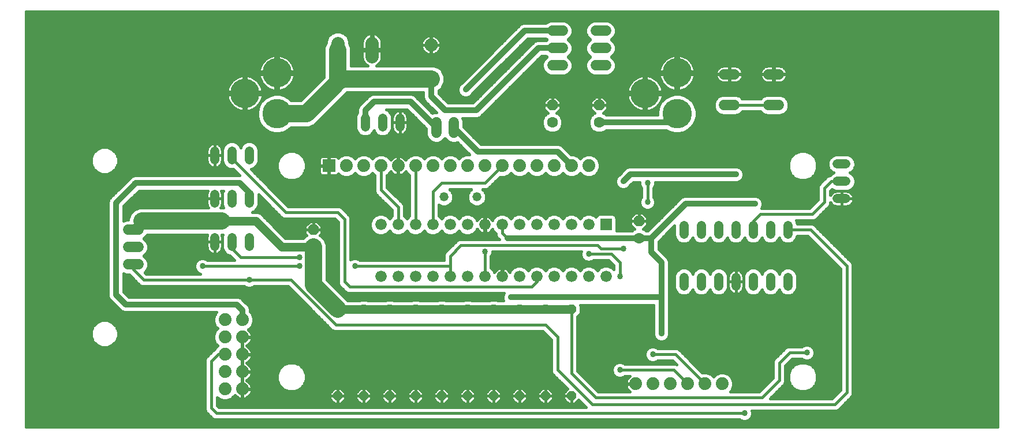
<source format=gbl>
G75*
%MOIN*%
%OFA0B0*%
%FSLAX25Y25*%
%IPPOS*%
%LPD*%
%AMOC8*
5,1,8,0,0,1.08239X$1,22.5*
%
%ADD10C,0.06000*%
%ADD11OC8,0.05200*%
%ADD12C,0.05200*%
%ADD13C,0.07800*%
%ADD14R,0.06600X0.06600*%
%ADD15C,0.06600*%
%ADD16C,0.05200*%
%ADD17OC8,0.06300*%
%ADD18C,0.06300*%
%ADD19C,0.17000*%
%ADD20R,0.07400X0.07400*%
%ADD21C,0.07400*%
%ADD22C,0.07600*%
%ADD23R,0.07600X0.07600*%
%ADD24OC8,0.06200*%
%ADD25C,0.06200*%
%ADD26C,0.01600*%
%ADD27C,0.03378*%
%ADD28C,0.05000*%
%ADD29C,0.10000*%
%ADD30C,0.03200*%
%ADD31C,0.04000*%
D10*
X0065800Y0100800D02*
X0071800Y0100800D01*
X0071800Y0110800D02*
X0065800Y0110800D01*
X0065800Y0120800D02*
X0071800Y0120800D01*
X0243800Y0176800D02*
X0243800Y0182800D01*
X0253800Y0182800D02*
X0253800Y0176800D01*
X0310800Y0215800D02*
X0316800Y0215800D01*
X0335800Y0215800D02*
X0341800Y0215800D01*
X0341800Y0225800D02*
X0335800Y0225800D01*
X0335800Y0235800D02*
X0341800Y0235800D01*
X0316800Y0235800D02*
X0310800Y0235800D01*
X0310800Y0225800D02*
X0316800Y0225800D01*
X0410000Y0210700D02*
X0416000Y0210700D01*
X0435600Y0210700D02*
X0441600Y0210700D01*
X0441600Y0192900D02*
X0435600Y0192900D01*
X0416000Y0192900D02*
X0410000Y0192900D01*
D11*
X0321800Y0074800D03*
X0306800Y0074800D03*
X0291800Y0074800D03*
X0276800Y0074800D03*
X0261800Y0074800D03*
X0246800Y0074800D03*
X0231800Y0074800D03*
X0216800Y0074800D03*
X0201800Y0074800D03*
X0186800Y0074800D03*
X0186800Y0024800D03*
X0201800Y0024800D03*
X0216800Y0024800D03*
X0231800Y0024800D03*
X0246800Y0024800D03*
X0261800Y0024800D03*
X0276800Y0024800D03*
X0291800Y0024800D03*
X0306800Y0024800D03*
X0321800Y0024800D03*
D12*
X0386800Y0088200D02*
X0386800Y0093400D01*
X0396800Y0093400D02*
X0396800Y0088200D01*
X0406800Y0088200D02*
X0406800Y0093400D01*
X0416800Y0093400D02*
X0416800Y0088200D01*
X0426800Y0088200D02*
X0426800Y0093400D01*
X0436800Y0093400D02*
X0436800Y0088200D01*
X0446800Y0088200D02*
X0446800Y0093400D01*
X0446800Y0118200D02*
X0446800Y0123400D01*
X0436800Y0123400D02*
X0436800Y0118200D01*
X0426800Y0118200D02*
X0426800Y0123400D01*
X0416800Y0123400D02*
X0416800Y0118200D01*
X0406800Y0118200D02*
X0406800Y0123400D01*
X0396800Y0123400D02*
X0396800Y0118200D01*
X0386800Y0118200D02*
X0386800Y0123400D01*
X0475200Y0138800D02*
X0480400Y0138800D01*
X0480400Y0148800D02*
X0475200Y0148800D01*
X0475200Y0158800D02*
X0480400Y0158800D01*
X0222800Y0180200D02*
X0222800Y0185400D01*
X0212800Y0185400D02*
X0212800Y0180200D01*
X0202800Y0180200D02*
X0202800Y0185400D01*
X0135800Y0166400D02*
X0135800Y0161200D01*
X0125800Y0161200D02*
X0125800Y0166400D01*
X0115800Y0166400D02*
X0115800Y0161200D01*
X0115800Y0141400D02*
X0115800Y0136200D01*
X0125800Y0136200D02*
X0125800Y0141400D01*
X0135800Y0141400D02*
X0135800Y0136200D01*
X0135800Y0116400D02*
X0135800Y0111200D01*
X0125800Y0111200D02*
X0125800Y0116400D01*
X0115800Y0116400D02*
X0115800Y0111200D01*
D13*
X0186900Y0220900D02*
X0186900Y0228700D01*
X0206700Y0228700D02*
X0206700Y0220900D01*
D14*
X0341800Y0123800D03*
D15*
X0331800Y0123800D03*
X0321800Y0123800D03*
X0311800Y0123800D03*
X0301800Y0123800D03*
X0291800Y0123800D03*
X0281800Y0123800D03*
X0271800Y0123800D03*
X0261800Y0123800D03*
X0251800Y0123800D03*
X0241800Y0123800D03*
X0231800Y0123800D03*
X0221800Y0123800D03*
X0211800Y0123800D03*
X0211800Y0093800D03*
X0221800Y0093800D03*
X0231800Y0093800D03*
X0241800Y0093800D03*
X0251800Y0093800D03*
X0261800Y0093800D03*
X0271800Y0093800D03*
X0281800Y0093800D03*
X0291800Y0093800D03*
X0301800Y0093800D03*
X0311800Y0093800D03*
X0321800Y0093800D03*
X0331800Y0093800D03*
X0341800Y0093800D03*
D16*
X0267300Y0139800D03*
X0248300Y0139800D03*
D17*
X0360800Y0125800D03*
X0337800Y0192800D03*
X0310800Y0192800D03*
D18*
X0310800Y0182800D03*
X0337800Y0182800D03*
X0360800Y0115800D03*
D19*
X0382800Y0187863D03*
X0364296Y0199674D03*
X0382800Y0211485D03*
X0151800Y0211485D03*
X0133296Y0199674D03*
X0151800Y0187863D03*
D20*
X0181816Y0157824D03*
D21*
X0191816Y0157824D03*
X0201816Y0157824D03*
X0211816Y0157824D03*
X0221816Y0157824D03*
X0231816Y0157824D03*
X0241816Y0157824D03*
X0251816Y0157824D03*
X0261816Y0157824D03*
X0271816Y0157824D03*
X0281816Y0157824D03*
X0291816Y0157824D03*
X0301816Y0157824D03*
X0311816Y0157824D03*
X0321816Y0157824D03*
X0331816Y0157824D03*
X0131800Y0068800D03*
X0121800Y0068800D03*
X0121800Y0058800D03*
X0131800Y0058800D03*
X0131800Y0048800D03*
X0121800Y0048800D03*
X0121800Y0038800D03*
X0131800Y0038800D03*
X0131800Y0028800D03*
X0121800Y0028800D03*
X0358800Y0031800D03*
X0368800Y0031800D03*
X0378800Y0031800D03*
X0388800Y0031800D03*
X0398800Y0031800D03*
X0408800Y0031800D03*
D22*
X0240800Y0227643D03*
D23*
X0240800Y0207957D03*
D24*
X0172800Y0120800D03*
D25*
X0172800Y0110800D03*
D26*
X0006800Y0006800D02*
X0006800Y0246800D01*
X0567800Y0246800D01*
X0567800Y0006800D01*
X0006800Y0006800D01*
X0006800Y0008157D02*
X0567800Y0008157D01*
X0567800Y0009755D02*
X0006800Y0009755D01*
X0006800Y0011354D02*
X0115712Y0011354D01*
X0116084Y0011200D02*
X0419052Y0011200D01*
X0419257Y0010994D01*
X0420907Y0010311D01*
X0422693Y0010311D01*
X0424343Y0010994D01*
X0425606Y0012257D01*
X0426289Y0013907D01*
X0426289Y0015693D01*
X0426079Y0016200D01*
X0474516Y0016200D01*
X0475839Y0016748D01*
X0476852Y0017761D01*
X0483852Y0024761D01*
X0484400Y0026084D01*
X0484400Y0100516D01*
X0483852Y0101839D01*
X0482839Y0102852D01*
X0461839Y0123852D01*
X0460516Y0124400D01*
X0452200Y0124400D01*
X0452200Y0124474D01*
X0451485Y0126200D01*
X0461516Y0126200D01*
X0462839Y0126748D01*
X0469839Y0133748D01*
X0470852Y0134761D01*
X0471400Y0136084D01*
X0471400Y0136566D01*
X0471437Y0136494D01*
X0471844Y0135934D01*
X0472334Y0135444D01*
X0472894Y0135037D01*
X0473511Y0134722D01*
X0474170Y0134508D01*
X0474854Y0134400D01*
X0477800Y0134400D01*
X0480746Y0134400D01*
X0481430Y0134508D01*
X0482089Y0134722D01*
X0482706Y0135037D01*
X0483266Y0135444D01*
X0483756Y0135934D01*
X0484163Y0136494D01*
X0484478Y0137111D01*
X0484692Y0137770D01*
X0484800Y0138454D01*
X0484800Y0138800D01*
X0484800Y0139146D01*
X0484692Y0139830D01*
X0484478Y0140489D01*
X0484163Y0141106D01*
X0483756Y0141666D01*
X0483266Y0142156D01*
X0482706Y0142563D01*
X0482089Y0142878D01*
X0481430Y0143092D01*
X0480746Y0143200D01*
X0477800Y0143200D01*
X0477800Y0138800D01*
X0477800Y0138800D01*
X0484800Y0138800D01*
X0477800Y0138800D01*
X0477800Y0138800D01*
X0477800Y0143200D01*
X0474854Y0143200D01*
X0474170Y0143092D01*
X0473511Y0142878D01*
X0472894Y0142563D01*
X0472334Y0142156D01*
X0471844Y0141666D01*
X0471437Y0141106D01*
X0471400Y0141034D01*
X0471400Y0143309D01*
X0472263Y0144172D01*
X0474126Y0143400D01*
X0481474Y0143400D01*
X0483459Y0144222D01*
X0484978Y0145741D01*
X0485800Y0147726D01*
X0485800Y0149874D01*
X0484978Y0151859D01*
X0483459Y0153378D01*
X0482440Y0153800D01*
X0483459Y0154222D01*
X0484978Y0155741D01*
X0485800Y0157726D01*
X0485800Y0159874D01*
X0484978Y0161859D01*
X0483459Y0163378D01*
X0481474Y0164200D01*
X0474126Y0164200D01*
X0472141Y0163378D01*
X0470622Y0161859D01*
X0469800Y0159874D01*
X0469800Y0157726D01*
X0470622Y0155741D01*
X0472141Y0154222D01*
X0473160Y0153800D01*
X0472141Y0153378D01*
X0471163Y0152400D01*
X0471084Y0152400D01*
X0469761Y0151852D01*
X0468748Y0150839D01*
X0464748Y0146839D01*
X0464200Y0145516D01*
X0464200Y0138291D01*
X0459309Y0133400D01*
X0431665Y0133400D01*
X0432289Y0134907D01*
X0432289Y0136693D01*
X0431606Y0138343D01*
X0430343Y0139606D01*
X0428693Y0140289D01*
X0426907Y0140289D01*
X0426692Y0140200D01*
X0386925Y0140200D01*
X0385308Y0139530D01*
X0365977Y0120200D01*
X0364815Y0120200D01*
X0364170Y0120844D01*
X0363233Y0121233D01*
X0365750Y0123750D01*
X0365750Y0125800D01*
X0365750Y0127850D01*
X0362850Y0130750D01*
X0360800Y0130750D01*
X0360800Y0125800D01*
X0360800Y0125800D01*
X0365750Y0125800D01*
X0360800Y0125800D01*
X0360800Y0125800D01*
X0360800Y0125800D01*
X0355850Y0125800D01*
X0355850Y0127850D01*
X0358750Y0130750D01*
X0360800Y0130750D01*
X0360800Y0125800D01*
X0355850Y0125800D01*
X0355850Y0123750D01*
X0358367Y0121233D01*
X0357430Y0120844D01*
X0356785Y0120200D01*
X0347900Y0120200D01*
X0347900Y0127657D01*
X0347474Y0128686D01*
X0346686Y0129474D01*
X0345657Y0129900D01*
X0337943Y0129900D01*
X0336914Y0129474D01*
X0336126Y0128686D01*
X0335955Y0128272D01*
X0335255Y0128971D01*
X0333013Y0129900D01*
X0330587Y0129900D01*
X0328345Y0128971D01*
X0326800Y0127427D01*
X0325255Y0128971D01*
X0323013Y0129900D01*
X0320587Y0129900D01*
X0318345Y0128971D01*
X0316800Y0127427D01*
X0315255Y0128971D01*
X0313013Y0129900D01*
X0310587Y0129900D01*
X0308345Y0128971D01*
X0306800Y0127427D01*
X0305255Y0128971D01*
X0303013Y0129900D01*
X0300587Y0129900D01*
X0298345Y0128971D01*
X0296800Y0127427D01*
X0295255Y0128971D01*
X0293013Y0129900D01*
X0290587Y0129900D01*
X0288345Y0128971D01*
X0286800Y0127427D01*
X0285255Y0128971D01*
X0283013Y0129900D01*
X0280587Y0129900D01*
X0278345Y0128971D01*
X0276629Y0127255D01*
X0276241Y0126318D01*
X0276162Y0126473D01*
X0275690Y0127122D01*
X0275122Y0127690D01*
X0274473Y0128162D01*
X0273758Y0128526D01*
X0272994Y0128774D01*
X0272201Y0128900D01*
X0272100Y0128900D01*
X0272100Y0124100D01*
X0271500Y0124100D01*
X0271500Y0128900D01*
X0271399Y0128900D01*
X0270606Y0128774D01*
X0269842Y0128526D01*
X0269127Y0128162D01*
X0268478Y0127690D01*
X0267910Y0127122D01*
X0267438Y0126473D01*
X0267359Y0126318D01*
X0266971Y0127255D01*
X0265255Y0128971D01*
X0263013Y0129900D01*
X0260587Y0129900D01*
X0258345Y0128971D01*
X0256800Y0127427D01*
X0255255Y0128971D01*
X0253013Y0129900D01*
X0250587Y0129900D01*
X0248345Y0128971D01*
X0246800Y0127427D01*
X0245400Y0128827D01*
X0245400Y0135156D01*
X0247226Y0134400D01*
X0249374Y0134400D01*
X0251359Y0135222D01*
X0252878Y0136741D01*
X0253700Y0138726D01*
X0253700Y0140874D01*
X0252878Y0142859D01*
X0251537Y0144200D01*
X0264063Y0144200D01*
X0262722Y0142859D01*
X0261900Y0140874D01*
X0261900Y0138726D01*
X0262722Y0136741D01*
X0264241Y0135222D01*
X0266226Y0134400D01*
X0268374Y0134400D01*
X0270359Y0135222D01*
X0271878Y0136741D01*
X0272700Y0138726D01*
X0272700Y0140874D01*
X0271878Y0142859D01*
X0270537Y0144200D01*
X0272508Y0144200D01*
X0273831Y0144748D01*
X0280441Y0151358D01*
X0280523Y0151324D01*
X0283109Y0151324D01*
X0285498Y0152313D01*
X0286816Y0153631D01*
X0288134Y0152313D01*
X0290523Y0151324D01*
X0293109Y0151324D01*
X0295498Y0152313D01*
X0296816Y0153631D01*
X0298134Y0152313D01*
X0300523Y0151324D01*
X0303109Y0151324D01*
X0305498Y0152313D01*
X0306816Y0153631D01*
X0308134Y0152313D01*
X0310523Y0151324D01*
X0313109Y0151324D01*
X0315498Y0152313D01*
X0316816Y0153631D01*
X0318134Y0152313D01*
X0320523Y0151324D01*
X0323109Y0151324D01*
X0325498Y0152313D01*
X0326816Y0153631D01*
X0328134Y0152313D01*
X0330523Y0151324D01*
X0333109Y0151324D01*
X0335498Y0152313D01*
X0337326Y0154142D01*
X0338316Y0156531D01*
X0338316Y0159117D01*
X0337326Y0161506D01*
X0335498Y0163334D01*
X0333109Y0164324D01*
X0330523Y0164324D01*
X0328134Y0163334D01*
X0326816Y0162016D01*
X0325498Y0163334D01*
X0323109Y0164324D01*
X0321538Y0164324D01*
X0317570Y0168292D01*
X0316332Y0169530D01*
X0314715Y0170200D01*
X0269623Y0170200D01*
X0259600Y0180223D01*
X0259600Y0183954D01*
X0259001Y0185400D01*
X0267675Y0185400D01*
X0269292Y0186070D01*
X0304623Y0221400D01*
X0306998Y0221400D01*
X0307515Y0220883D01*
X0307715Y0220800D01*
X0307515Y0220717D01*
X0305883Y0219085D01*
X0305000Y0216954D01*
X0305000Y0214646D01*
X0305883Y0212515D01*
X0307515Y0210883D01*
X0309646Y0210000D01*
X0317954Y0210000D01*
X0320085Y0210883D01*
X0321717Y0212515D01*
X0322600Y0214646D01*
X0322600Y0216954D01*
X0321717Y0219085D01*
X0320085Y0220717D01*
X0319885Y0220800D01*
X0320085Y0220883D01*
X0321717Y0222515D01*
X0322600Y0224646D01*
X0322600Y0226954D01*
X0321717Y0229085D01*
X0320085Y0230717D01*
X0319885Y0230800D01*
X0320085Y0230883D01*
X0321717Y0232515D01*
X0322600Y0234646D01*
X0322600Y0236954D01*
X0321717Y0239085D01*
X0320085Y0240717D01*
X0317954Y0241600D01*
X0309646Y0241600D01*
X0307515Y0240717D01*
X0306998Y0240200D01*
X0293925Y0240200D01*
X0292308Y0239530D01*
X0258472Y0205695D01*
X0258257Y0205606D01*
X0256994Y0204343D01*
X0256311Y0202693D01*
X0256311Y0200907D01*
X0256994Y0199257D01*
X0258257Y0197994D01*
X0259907Y0197311D01*
X0261693Y0197311D01*
X0263343Y0197994D01*
X0264606Y0199257D01*
X0264695Y0199472D01*
X0296623Y0231400D01*
X0306998Y0231400D01*
X0307515Y0230883D01*
X0307715Y0230800D01*
X0307515Y0230717D01*
X0306998Y0230200D01*
X0301925Y0230200D01*
X0300308Y0229530D01*
X0264977Y0194200D01*
X0250623Y0194200D01*
X0245200Y0199623D01*
X0245200Y0201337D01*
X0245218Y0201345D01*
X0245283Y0201410D01*
X0246186Y0201784D01*
X0246974Y0202571D01*
X0247348Y0203474D01*
X0247413Y0203539D01*
X0248600Y0206406D01*
X0248600Y0209509D01*
X0247413Y0212376D01*
X0247348Y0212441D01*
X0246974Y0213344D01*
X0246186Y0214131D01*
X0245283Y0214505D01*
X0245218Y0214570D01*
X0242352Y0215757D01*
X0209163Y0215757D01*
X0209687Y0216025D01*
X0210413Y0216552D01*
X0211048Y0217187D01*
X0211575Y0217913D01*
X0211982Y0218712D01*
X0212260Y0219565D01*
X0212400Y0220451D01*
X0212400Y0224300D01*
X0207200Y0224300D01*
X0207200Y0225300D01*
X0206200Y0225300D01*
X0206200Y0234392D01*
X0205365Y0234260D01*
X0204512Y0233982D01*
X0203713Y0233575D01*
X0202987Y0233048D01*
X0202352Y0232413D01*
X0201825Y0231687D01*
X0201418Y0230888D01*
X0201140Y0230035D01*
X0201000Y0229149D01*
X0201000Y0225300D01*
X0206200Y0225300D01*
X0206200Y0224300D01*
X0201000Y0224300D01*
X0201000Y0220451D01*
X0201140Y0219565D01*
X0201418Y0218712D01*
X0201825Y0217913D01*
X0202352Y0217187D01*
X0202987Y0216552D01*
X0203713Y0216025D01*
X0204237Y0215757D01*
X0194600Y0215757D01*
X0194600Y0226252D01*
X0193600Y0228666D01*
X0193600Y0230033D01*
X0192580Y0232495D01*
X0190695Y0234380D01*
X0188233Y0235400D01*
X0185567Y0235400D01*
X0183105Y0234380D01*
X0181220Y0232495D01*
X0180200Y0230033D01*
X0180200Y0229131D01*
X0180187Y0229118D01*
X0179000Y0226252D01*
X0179000Y0209031D01*
X0165632Y0195663D01*
X0159981Y0195663D01*
X0158738Y0196905D01*
X0156162Y0198393D01*
X0153288Y0199163D01*
X0150312Y0199163D01*
X0147438Y0198393D01*
X0144862Y0196905D01*
X0142758Y0194801D01*
X0141270Y0192225D01*
X0140500Y0189351D01*
X0140500Y0186375D01*
X0141270Y0183501D01*
X0142758Y0180925D01*
X0144862Y0178821D01*
X0147438Y0177333D01*
X0150312Y0176563D01*
X0153288Y0176563D01*
X0156162Y0177333D01*
X0158738Y0178821D01*
X0159981Y0180063D01*
X0170415Y0180063D01*
X0173281Y0181250D01*
X0191218Y0199187D01*
X0192188Y0200157D01*
X0236400Y0200157D01*
X0236400Y0196925D01*
X0237070Y0195308D01*
X0238308Y0194070D01*
X0243777Y0188600D01*
X0242646Y0188600D01*
X0241640Y0188183D01*
X0231292Y0198530D01*
X0229675Y0199200D01*
X0206925Y0199200D01*
X0205308Y0198530D01*
X0204070Y0197292D01*
X0199070Y0192292D01*
X0198400Y0190675D01*
X0198400Y0188637D01*
X0198222Y0188459D01*
X0197400Y0186474D01*
X0197400Y0179126D01*
X0198222Y0177141D01*
X0199741Y0175622D01*
X0201726Y0174800D01*
X0203874Y0174800D01*
X0205859Y0175622D01*
X0207378Y0177141D01*
X0207800Y0178160D01*
X0208222Y0177141D01*
X0209741Y0175622D01*
X0211726Y0174800D01*
X0213874Y0174800D01*
X0215859Y0175622D01*
X0217378Y0177141D01*
X0218200Y0179126D01*
X0218200Y0186474D01*
X0217378Y0188459D01*
X0215859Y0189978D01*
X0214840Y0190400D01*
X0226977Y0190400D01*
X0238000Y0179377D01*
X0238000Y0175646D01*
X0238883Y0173515D01*
X0240515Y0171883D01*
X0242646Y0171000D01*
X0244954Y0171000D01*
X0247085Y0171883D01*
X0248717Y0173515D01*
X0248800Y0173715D01*
X0248883Y0173515D01*
X0250515Y0171883D01*
X0252646Y0171000D01*
X0254954Y0171000D01*
X0255960Y0171417D01*
X0263054Y0164324D01*
X0260523Y0164324D01*
X0258134Y0163334D01*
X0256816Y0162016D01*
X0255498Y0163334D01*
X0253109Y0164324D01*
X0250523Y0164324D01*
X0248134Y0163334D01*
X0246816Y0162016D01*
X0245498Y0163334D01*
X0243109Y0164324D01*
X0240523Y0164324D01*
X0238134Y0163334D01*
X0236816Y0162016D01*
X0235498Y0163334D01*
X0233109Y0164324D01*
X0230523Y0164324D01*
X0228134Y0163334D01*
X0226305Y0161506D01*
X0226172Y0161184D01*
X0226011Y0161407D01*
X0225399Y0162019D01*
X0224698Y0162528D01*
X0223927Y0162921D01*
X0223104Y0163188D01*
X0222249Y0163324D01*
X0222016Y0163324D01*
X0222016Y0158024D01*
X0221616Y0158024D01*
X0221616Y0163324D01*
X0221383Y0163324D01*
X0220528Y0163188D01*
X0219704Y0162921D01*
X0218933Y0162528D01*
X0218233Y0162019D01*
X0217621Y0161407D01*
X0217459Y0161184D01*
X0217326Y0161506D01*
X0215498Y0163334D01*
X0213109Y0164324D01*
X0210523Y0164324D01*
X0208134Y0163334D01*
X0206816Y0162016D01*
X0205498Y0163334D01*
X0203109Y0164324D01*
X0200523Y0164324D01*
X0198134Y0163334D01*
X0196816Y0162016D01*
X0195498Y0163334D01*
X0193109Y0164324D01*
X0190523Y0164324D01*
X0188134Y0163334D01*
X0187129Y0162329D01*
X0186956Y0162629D01*
X0186621Y0162964D01*
X0186211Y0163201D01*
X0185753Y0163324D01*
X0182016Y0163324D01*
X0182016Y0158024D01*
X0181616Y0158024D01*
X0181616Y0163324D01*
X0177879Y0163324D01*
X0177421Y0163201D01*
X0177011Y0162964D01*
X0176675Y0162629D01*
X0176438Y0162218D01*
X0176316Y0161761D01*
X0176316Y0158024D01*
X0181616Y0158024D01*
X0181616Y0157624D01*
X0176316Y0157624D01*
X0176316Y0153887D01*
X0176438Y0153429D01*
X0176675Y0153018D01*
X0177011Y0152683D01*
X0177421Y0152446D01*
X0177879Y0152324D01*
X0181616Y0152324D01*
X0181616Y0157624D01*
X0182016Y0157624D01*
X0182016Y0152324D01*
X0185753Y0152324D01*
X0186211Y0152446D01*
X0186621Y0152683D01*
X0186956Y0153018D01*
X0187129Y0153318D01*
X0188134Y0152313D01*
X0190523Y0151324D01*
X0193109Y0151324D01*
X0195498Y0152313D01*
X0196816Y0153631D01*
X0198134Y0152313D01*
X0200523Y0151324D01*
X0203109Y0151324D01*
X0205498Y0152313D01*
X0206816Y0153631D01*
X0208134Y0152313D01*
X0208200Y0152286D01*
X0208200Y0143084D01*
X0208748Y0141761D01*
X0209761Y0140748D01*
X0218200Y0132309D01*
X0218200Y0128827D01*
X0216800Y0127427D01*
X0215255Y0128971D01*
X0213013Y0129900D01*
X0210587Y0129900D01*
X0208345Y0128971D01*
X0206629Y0127255D01*
X0205700Y0125013D01*
X0205700Y0122587D01*
X0206629Y0120345D01*
X0208345Y0118629D01*
X0210587Y0117700D01*
X0213013Y0117700D01*
X0215255Y0118629D01*
X0216800Y0120173D01*
X0218345Y0118629D01*
X0220587Y0117700D01*
X0223013Y0117700D01*
X0225255Y0118629D01*
X0226800Y0120173D01*
X0228345Y0118629D01*
X0230587Y0117700D01*
X0233013Y0117700D01*
X0235255Y0118629D01*
X0236800Y0120173D01*
X0238345Y0118629D01*
X0240587Y0117700D01*
X0243013Y0117700D01*
X0245255Y0118629D01*
X0246800Y0120173D01*
X0248345Y0118629D01*
X0250587Y0117700D01*
X0253013Y0117700D01*
X0255255Y0118629D01*
X0256800Y0120173D01*
X0258345Y0118629D01*
X0260587Y0117700D01*
X0263013Y0117700D01*
X0265255Y0118629D01*
X0266971Y0120345D01*
X0267359Y0121281D01*
X0267438Y0121127D01*
X0267910Y0120478D01*
X0268478Y0119910D01*
X0269127Y0119438D01*
X0269842Y0119074D01*
X0270606Y0118826D01*
X0271399Y0118700D01*
X0271500Y0118700D01*
X0271500Y0123500D01*
X0272100Y0123500D01*
X0272100Y0118700D01*
X0272201Y0118700D01*
X0272994Y0118826D01*
X0273758Y0119074D01*
X0274473Y0119438D01*
X0275122Y0119910D01*
X0275690Y0120478D01*
X0276162Y0121127D01*
X0276241Y0121281D01*
X0276629Y0120345D01*
X0278200Y0118773D01*
X0278200Y0118084D01*
X0278748Y0116761D01*
X0280109Y0115400D01*
X0257353Y0115400D01*
X0256030Y0114852D01*
X0248748Y0107570D01*
X0248200Y0106247D01*
X0248200Y0103400D01*
X0199548Y0103400D01*
X0199343Y0103606D01*
X0197693Y0104289D01*
X0195907Y0104289D01*
X0194400Y0103665D01*
X0194400Y0127516D01*
X0193852Y0128839D01*
X0189852Y0132839D01*
X0188839Y0133852D01*
X0187516Y0134400D01*
X0158291Y0134400D01*
X0136886Y0155805D01*
X0138859Y0156622D01*
X0140378Y0158141D01*
X0141200Y0160126D01*
X0141200Y0167474D01*
X0140378Y0169459D01*
X0138859Y0170978D01*
X0136874Y0171800D01*
X0134726Y0171800D01*
X0132741Y0170978D01*
X0131222Y0169459D01*
X0130800Y0168440D01*
X0130378Y0169459D01*
X0128859Y0170978D01*
X0126874Y0171800D01*
X0124726Y0171800D01*
X0122741Y0170978D01*
X0121222Y0169459D01*
X0120400Y0167474D01*
X0120400Y0160126D01*
X0121222Y0158141D01*
X0122741Y0156622D01*
X0124726Y0155800D01*
X0126709Y0155800D01*
X0130309Y0152200D01*
X0069425Y0152200D01*
X0067808Y0151530D01*
X0066570Y0150292D01*
X0055070Y0138792D01*
X0054400Y0137175D01*
X0054400Y0082425D01*
X0055070Y0080808D01*
X0056308Y0079570D01*
X0060820Y0075058D01*
X0060820Y0075058D01*
X0062058Y0073820D01*
X0063675Y0073150D01*
X0116958Y0073150D01*
X0116290Y0072482D01*
X0115300Y0070093D01*
X0115300Y0067507D01*
X0116290Y0065118D01*
X0117608Y0063800D01*
X0116290Y0062482D01*
X0115300Y0060093D01*
X0115300Y0057507D01*
X0116290Y0055118D01*
X0117608Y0053800D01*
X0116290Y0052482D01*
X0116084Y0051986D01*
X0115761Y0051852D01*
X0111761Y0047852D01*
X0110748Y0046839D01*
X0110200Y0045516D01*
X0110200Y0017084D01*
X0110748Y0015761D01*
X0111761Y0014748D01*
X0113748Y0012761D01*
X0113748Y0012761D01*
X0114761Y0011748D01*
X0116084Y0011200D01*
X0113556Y0012952D02*
X0006800Y0012952D01*
X0006800Y0014551D02*
X0111958Y0014551D01*
X0111761Y0014748D02*
X0111761Y0014748D01*
X0110587Y0016149D02*
X0006800Y0016149D01*
X0006800Y0017748D02*
X0110200Y0017748D01*
X0110200Y0019346D02*
X0006800Y0019346D01*
X0006800Y0020945D02*
X0110200Y0020945D01*
X0110200Y0022543D02*
X0006800Y0022543D01*
X0006800Y0024142D02*
X0110200Y0024142D01*
X0110200Y0025740D02*
X0006800Y0025740D01*
X0006800Y0027339D02*
X0110200Y0027339D01*
X0110200Y0028937D02*
X0006800Y0028937D01*
X0006800Y0030536D02*
X0110200Y0030536D01*
X0110200Y0032134D02*
X0006800Y0032134D01*
X0006800Y0033733D02*
X0110200Y0033733D01*
X0110200Y0035332D02*
X0006800Y0035332D01*
X0006800Y0036930D02*
X0110200Y0036930D01*
X0110200Y0038529D02*
X0006800Y0038529D01*
X0006800Y0040127D02*
X0110200Y0040127D01*
X0110200Y0041726D02*
X0006800Y0041726D01*
X0006800Y0043324D02*
X0110200Y0043324D01*
X0110200Y0044923D02*
X0006800Y0044923D01*
X0006800Y0046521D02*
X0110616Y0046521D01*
X0112028Y0048120D02*
X0006800Y0048120D01*
X0006800Y0049718D02*
X0113627Y0049718D01*
X0115225Y0051317D02*
X0006800Y0051317D01*
X0006800Y0052915D02*
X0116723Y0052915D01*
X0116894Y0054514D02*
X0057045Y0054514D01*
X0056718Y0054187D02*
X0058913Y0056382D01*
X0060100Y0059248D01*
X0060100Y0062352D01*
X0058913Y0065218D01*
X0056718Y0067413D01*
X0053852Y0068600D01*
X0050748Y0068600D01*
X0047882Y0067413D01*
X0045687Y0065218D01*
X0044500Y0062352D01*
X0044500Y0059248D01*
X0045687Y0056382D01*
X0047882Y0054187D01*
X0050748Y0053000D01*
X0053852Y0053000D01*
X0056718Y0054187D01*
X0058643Y0056112D02*
X0115878Y0056112D01*
X0115300Y0057711D02*
X0059463Y0057711D01*
X0060100Y0059309D02*
X0115300Y0059309D01*
X0115637Y0060908D02*
X0060100Y0060908D01*
X0060036Y0062506D02*
X0116314Y0062506D01*
X0117303Y0064105D02*
X0059374Y0064105D01*
X0058428Y0065703D02*
X0116047Y0065703D01*
X0115385Y0067302D02*
X0056829Y0067302D01*
X0047771Y0067302D02*
X0006800Y0067302D01*
X0006800Y0068900D02*
X0115300Y0068900D01*
X0115468Y0070499D02*
X0006800Y0070499D01*
X0006800Y0072097D02*
X0116130Y0072097D01*
X0131123Y0081280D02*
X0132361Y0080042D01*
X0132361Y0080042D01*
X0135530Y0076873D01*
X0136200Y0075256D01*
X0136200Y0073592D01*
X0137310Y0072482D01*
X0138300Y0070093D01*
X0138300Y0067507D01*
X0137310Y0065118D01*
X0135482Y0063290D01*
X0135161Y0063157D01*
X0135383Y0062995D01*
X0135995Y0062383D01*
X0136504Y0061683D01*
X0136897Y0060911D01*
X0137165Y0060088D01*
X0137300Y0059233D01*
X0137300Y0059000D01*
X0132000Y0059000D01*
X0132000Y0058600D01*
X0137300Y0058600D01*
X0137300Y0058367D01*
X0137165Y0057512D01*
X0136897Y0056689D01*
X0136504Y0055917D01*
X0135995Y0055217D01*
X0135383Y0054605D01*
X0134683Y0054096D01*
X0134102Y0053800D01*
X0134683Y0053504D01*
X0135383Y0052995D01*
X0135995Y0052383D01*
X0136504Y0051683D01*
X0136897Y0050911D01*
X0137165Y0050088D01*
X0137300Y0049233D01*
X0137300Y0049000D01*
X0132000Y0049000D01*
X0132000Y0048600D01*
X0137300Y0048600D01*
X0137300Y0048367D01*
X0137165Y0047512D01*
X0136897Y0046689D01*
X0136504Y0045917D01*
X0135995Y0045217D01*
X0135383Y0044605D01*
X0134683Y0044096D01*
X0134102Y0043800D01*
X0134683Y0043504D01*
X0135383Y0042995D01*
X0135995Y0042383D01*
X0136504Y0041683D01*
X0136897Y0040911D01*
X0137165Y0040088D01*
X0137300Y0039233D01*
X0137300Y0039000D01*
X0132000Y0039000D01*
X0132000Y0038600D01*
X0137300Y0038600D01*
X0137300Y0038367D01*
X0137165Y0037512D01*
X0136897Y0036689D01*
X0136504Y0035917D01*
X0135995Y0035217D01*
X0135383Y0034605D01*
X0134683Y0034096D01*
X0134102Y0033800D01*
X0134683Y0033504D01*
X0135383Y0032995D01*
X0135995Y0032383D01*
X0136504Y0031683D01*
X0136897Y0030911D01*
X0137165Y0030088D01*
X0137300Y0029233D01*
X0137300Y0029000D01*
X0132000Y0029000D01*
X0132000Y0028600D01*
X0137300Y0028600D01*
X0137300Y0028367D01*
X0137165Y0027512D01*
X0136897Y0026689D01*
X0136504Y0025917D01*
X0135995Y0025217D01*
X0135383Y0024605D01*
X0134683Y0024096D01*
X0133911Y0023703D01*
X0133088Y0023435D01*
X0132233Y0023300D01*
X0132000Y0023300D01*
X0132000Y0028600D01*
X0131600Y0028600D01*
X0131600Y0023300D01*
X0131367Y0023300D01*
X0130512Y0023435D01*
X0129689Y0023703D01*
X0128917Y0024096D01*
X0128217Y0024605D01*
X0127605Y0025217D01*
X0127443Y0025439D01*
X0127310Y0025118D01*
X0125482Y0023290D01*
X0123093Y0022300D01*
X0120507Y0022300D01*
X0118118Y0023290D01*
X0117400Y0024008D01*
X0117400Y0019291D01*
X0118291Y0018400D01*
X0330109Y0018400D01*
X0325866Y0022643D01*
X0323623Y0020400D01*
X0321800Y0020400D01*
X0321800Y0024800D01*
X0321800Y0024800D01*
X0321800Y0024800D01*
X0317400Y0024800D01*
X0317400Y0026623D01*
X0319643Y0028866D01*
X0311761Y0036748D01*
X0310748Y0037761D01*
X0310200Y0039084D01*
X0310200Y0057309D01*
X0305309Y0062200D01*
X0185084Y0062200D01*
X0183761Y0062748D01*
X0158309Y0088200D01*
X0138589Y0088200D01*
X0138384Y0087994D01*
X0136734Y0087311D01*
X0134948Y0087311D01*
X0133298Y0087994D01*
X0133093Y0088200D01*
X0074084Y0088200D01*
X0072761Y0088748D01*
X0071748Y0089761D01*
X0066509Y0095000D01*
X0064646Y0095000D01*
X0063200Y0095599D01*
X0063200Y0085123D01*
X0066373Y0081950D01*
X0129506Y0081950D01*
X0131123Y0081280D01*
X0130137Y0081688D02*
X0164820Y0081688D01*
X0163222Y0083287D02*
X0065036Y0083287D01*
X0063437Y0084885D02*
X0161623Y0084885D01*
X0160025Y0086484D02*
X0063200Y0086484D01*
X0063200Y0088082D02*
X0133210Y0088082D01*
X0138472Y0088082D02*
X0158426Y0088082D01*
X0159800Y0091800D02*
X0185800Y0065800D01*
X0306800Y0065800D01*
X0313800Y0058800D01*
X0313800Y0039800D01*
X0333800Y0019800D01*
X0473800Y0019800D01*
X0480800Y0026800D01*
X0480800Y0099800D01*
X0459800Y0120800D01*
X0446800Y0120800D01*
X0452200Y0117200D02*
X0458309Y0117200D01*
X0477200Y0098309D01*
X0477200Y0028291D01*
X0472309Y0023400D01*
X0436491Y0023400D01*
X0444852Y0031761D01*
X0445400Y0033084D01*
X0445400Y0042309D01*
X0449291Y0046200D01*
X0455052Y0046200D01*
X0455257Y0045994D01*
X0456907Y0045311D01*
X0458693Y0045311D01*
X0460343Y0045994D01*
X0461606Y0047257D01*
X0462289Y0048907D01*
X0462289Y0050693D01*
X0461606Y0052343D01*
X0460343Y0053606D01*
X0458693Y0054289D01*
X0456907Y0054289D01*
X0455257Y0053606D01*
X0455052Y0053400D01*
X0447084Y0053400D01*
X0445761Y0052852D01*
X0444748Y0051839D01*
X0438748Y0045839D01*
X0438200Y0044516D01*
X0438200Y0035291D01*
X0430309Y0027400D01*
X0413592Y0027400D01*
X0414310Y0028118D01*
X0415300Y0030507D01*
X0415300Y0033093D01*
X0414310Y0035482D01*
X0412482Y0037310D01*
X0410093Y0038300D01*
X0407507Y0038300D01*
X0405118Y0037310D01*
X0403800Y0035992D01*
X0402482Y0037310D01*
X0400093Y0038300D01*
X0397507Y0038300D01*
X0397425Y0038266D01*
X0383839Y0051852D01*
X0382516Y0052400D01*
X0371548Y0052400D01*
X0371343Y0052606D01*
X0369693Y0053289D01*
X0367907Y0053289D01*
X0366257Y0052606D01*
X0364994Y0051343D01*
X0364311Y0049693D01*
X0364311Y0047907D01*
X0364994Y0046257D01*
X0366257Y0044994D01*
X0367907Y0044311D01*
X0369693Y0044311D01*
X0371343Y0044994D01*
X0371548Y0045200D01*
X0380309Y0045200D01*
X0382528Y0042981D01*
X0381516Y0043400D01*
X0352548Y0043400D01*
X0352343Y0043606D01*
X0350693Y0044289D01*
X0348907Y0044289D01*
X0347257Y0043606D01*
X0345994Y0042343D01*
X0345311Y0040693D01*
X0345311Y0038907D01*
X0345994Y0037257D01*
X0347257Y0035994D01*
X0348907Y0035311D01*
X0350693Y0035311D01*
X0352343Y0035994D01*
X0352548Y0036200D01*
X0355499Y0036200D01*
X0355217Y0035995D01*
X0354605Y0035383D01*
X0354096Y0034683D01*
X0353703Y0033911D01*
X0353435Y0033088D01*
X0353300Y0032233D01*
X0353300Y0032000D01*
X0358600Y0032000D01*
X0358600Y0031600D01*
X0353300Y0031600D01*
X0353300Y0031367D01*
X0353435Y0030512D01*
X0353703Y0029689D01*
X0354096Y0028917D01*
X0354605Y0028217D01*
X0355217Y0027605D01*
X0355499Y0027400D01*
X0337291Y0027400D01*
X0325400Y0039291D01*
X0325400Y0070763D01*
X0327200Y0072563D01*
X0327200Y0077037D01*
X0326837Y0077400D01*
X0369400Y0077400D01*
X0369400Y0061908D01*
X0369311Y0061693D01*
X0369311Y0059907D01*
X0369994Y0058257D01*
X0371257Y0056994D01*
X0372907Y0056311D01*
X0374693Y0056311D01*
X0376343Y0056994D01*
X0377606Y0058257D01*
X0378289Y0059907D01*
X0378289Y0061693D01*
X0378200Y0061908D01*
X0378200Y0102675D01*
X0377530Y0104292D01*
X0376292Y0105530D01*
X0372200Y0109623D01*
X0372200Y0113977D01*
X0381400Y0123177D01*
X0381400Y0117126D01*
X0382222Y0115141D01*
X0383741Y0113622D01*
X0385726Y0112800D01*
X0387874Y0112800D01*
X0389859Y0113622D01*
X0391378Y0115141D01*
X0391800Y0116160D01*
X0392222Y0115141D01*
X0393741Y0113622D01*
X0395726Y0112800D01*
X0397874Y0112800D01*
X0399859Y0113622D01*
X0401378Y0115141D01*
X0401800Y0116160D01*
X0402222Y0115141D01*
X0403741Y0113622D01*
X0405726Y0112800D01*
X0407874Y0112800D01*
X0409859Y0113622D01*
X0411378Y0115141D01*
X0411800Y0116160D01*
X0412222Y0115141D01*
X0413741Y0113622D01*
X0415726Y0112800D01*
X0417874Y0112800D01*
X0419859Y0113622D01*
X0421378Y0115141D01*
X0421800Y0116160D01*
X0422222Y0115141D01*
X0423741Y0113622D01*
X0425726Y0112800D01*
X0427874Y0112800D01*
X0429859Y0113622D01*
X0431378Y0115141D01*
X0431800Y0116160D01*
X0432222Y0115141D01*
X0433741Y0113622D01*
X0435726Y0112800D01*
X0437874Y0112800D01*
X0439859Y0113622D01*
X0441378Y0115141D01*
X0441800Y0116160D01*
X0442222Y0115141D01*
X0443741Y0113622D01*
X0445726Y0112800D01*
X0447874Y0112800D01*
X0449859Y0113622D01*
X0451378Y0115141D01*
X0452200Y0117126D01*
X0452200Y0117200D01*
X0452088Y0116856D02*
X0458653Y0116856D01*
X0460252Y0115257D02*
X0451426Y0115257D01*
X0449895Y0113659D02*
X0461850Y0113659D01*
X0463449Y0112060D02*
X0372200Y0112060D01*
X0372200Y0110462D02*
X0465047Y0110462D01*
X0466646Y0108863D02*
X0372959Y0108863D01*
X0374558Y0107265D02*
X0468244Y0107265D01*
X0469843Y0105666D02*
X0376157Y0105666D01*
X0376292Y0105530D02*
X0376292Y0105530D01*
X0377623Y0104068D02*
X0471441Y0104068D01*
X0473040Y0102469D02*
X0378200Y0102469D01*
X0378200Y0100870D02*
X0474638Y0100870D01*
X0476237Y0099272D02*
X0378200Y0099272D01*
X0378200Y0097673D02*
X0383437Y0097673D01*
X0383741Y0097978D02*
X0382222Y0096459D01*
X0381400Y0094474D01*
X0381400Y0087126D01*
X0382222Y0085141D01*
X0383741Y0083622D01*
X0385726Y0082800D01*
X0387874Y0082800D01*
X0389859Y0083622D01*
X0391378Y0085141D01*
X0391800Y0086160D01*
X0392222Y0085141D01*
X0393741Y0083622D01*
X0395726Y0082800D01*
X0397874Y0082800D01*
X0399859Y0083622D01*
X0401378Y0085141D01*
X0401800Y0086160D01*
X0402222Y0085141D01*
X0403741Y0083622D01*
X0405726Y0082800D01*
X0407874Y0082800D01*
X0409859Y0083622D01*
X0411378Y0085141D01*
X0412200Y0087126D01*
X0412200Y0094474D01*
X0411378Y0096459D01*
X0409859Y0097978D01*
X0407874Y0098800D01*
X0405726Y0098800D01*
X0403741Y0097978D01*
X0402222Y0096459D01*
X0401800Y0095440D01*
X0401378Y0096459D01*
X0399859Y0097978D01*
X0397874Y0098800D01*
X0395726Y0098800D01*
X0393741Y0097978D01*
X0392222Y0096459D01*
X0391800Y0095440D01*
X0391378Y0096459D01*
X0389859Y0097978D01*
X0387874Y0098800D01*
X0385726Y0098800D01*
X0383741Y0097978D01*
X0382063Y0096075D02*
X0378200Y0096075D01*
X0378200Y0094476D02*
X0381401Y0094476D01*
X0381400Y0092878D02*
X0378200Y0092878D01*
X0378200Y0091279D02*
X0381400Y0091279D01*
X0381400Y0089681D02*
X0378200Y0089681D01*
X0378200Y0088082D02*
X0381400Y0088082D01*
X0381666Y0086484D02*
X0378200Y0086484D01*
X0378200Y0084885D02*
X0382478Y0084885D01*
X0384550Y0083287D02*
X0378200Y0083287D01*
X0378200Y0081688D02*
X0477200Y0081688D01*
X0477200Y0080090D02*
X0378200Y0080090D01*
X0378200Y0078491D02*
X0477200Y0078491D01*
X0477200Y0076893D02*
X0378200Y0076893D01*
X0378200Y0075294D02*
X0477200Y0075294D01*
X0477200Y0073696D02*
X0378200Y0073696D01*
X0378200Y0072097D02*
X0477200Y0072097D01*
X0477200Y0070499D02*
X0378200Y0070499D01*
X0378200Y0068900D02*
X0477200Y0068900D01*
X0477200Y0067302D02*
X0378200Y0067302D01*
X0378200Y0065703D02*
X0477200Y0065703D01*
X0477200Y0064105D02*
X0378200Y0064105D01*
X0378200Y0062506D02*
X0477200Y0062506D01*
X0477200Y0060908D02*
X0378289Y0060908D01*
X0378041Y0059309D02*
X0477200Y0059309D01*
X0477200Y0057711D02*
X0377059Y0057711D01*
X0370541Y0057711D02*
X0325400Y0057711D01*
X0325400Y0059309D02*
X0369559Y0059309D01*
X0369311Y0060908D02*
X0325400Y0060908D01*
X0325400Y0062506D02*
X0369400Y0062506D01*
X0369400Y0064105D02*
X0325400Y0064105D01*
X0325400Y0065703D02*
X0369400Y0065703D01*
X0369400Y0067302D02*
X0325400Y0067302D01*
X0325400Y0068900D02*
X0369400Y0068900D01*
X0369400Y0070499D02*
X0325400Y0070499D01*
X0326734Y0072097D02*
X0369400Y0072097D01*
X0369400Y0073696D02*
X0327200Y0073696D01*
X0327200Y0075294D02*
X0369400Y0075294D01*
X0369400Y0076893D02*
X0327200Y0076893D01*
X0321800Y0074800D02*
X0321800Y0037800D01*
X0335800Y0023800D01*
X0431800Y0023800D01*
X0441800Y0033800D01*
X0441800Y0043800D01*
X0447800Y0049800D01*
X0457800Y0049800D01*
X0461963Y0048120D02*
X0477200Y0048120D01*
X0477200Y0049718D02*
X0462289Y0049718D01*
X0462031Y0051317D02*
X0477200Y0051317D01*
X0477200Y0052915D02*
X0461033Y0052915D01*
X0460869Y0046521D02*
X0477200Y0046521D01*
X0477200Y0044923D02*
X0448014Y0044923D01*
X0446415Y0043324D02*
X0451940Y0043324D01*
X0450730Y0042823D02*
X0448391Y0040485D01*
X0447126Y0037430D01*
X0447126Y0034123D01*
X0448391Y0031068D01*
X0450730Y0028730D01*
X0453784Y0027465D01*
X0457091Y0027465D01*
X0460146Y0028730D01*
X0462484Y0031068D01*
X0463750Y0034123D01*
X0463750Y0037430D01*
X0462484Y0040485D01*
X0460146Y0042823D01*
X0457091Y0044088D01*
X0453784Y0044088D01*
X0450730Y0042823D01*
X0449632Y0041726D02*
X0445400Y0041726D01*
X0445400Y0040127D02*
X0448243Y0040127D01*
X0447581Y0038529D02*
X0445400Y0038529D01*
X0445400Y0036930D02*
X0447126Y0036930D01*
X0447126Y0035332D02*
X0445400Y0035332D01*
X0445400Y0033733D02*
X0447288Y0033733D01*
X0447950Y0032134D02*
X0445007Y0032134D01*
X0443627Y0030536D02*
X0448923Y0030536D01*
X0450522Y0028937D02*
X0442029Y0028937D01*
X0440430Y0027339D02*
X0476248Y0027339D01*
X0477200Y0028937D02*
X0460354Y0028937D01*
X0461952Y0030536D02*
X0477200Y0030536D01*
X0477200Y0032134D02*
X0462926Y0032134D01*
X0463588Y0033733D02*
X0477200Y0033733D01*
X0477200Y0035332D02*
X0463750Y0035332D01*
X0463750Y0036930D02*
X0477200Y0036930D01*
X0477200Y0038529D02*
X0463294Y0038529D01*
X0462632Y0040127D02*
X0477200Y0040127D01*
X0477200Y0041726D02*
X0461243Y0041726D01*
X0458936Y0043324D02*
X0477200Y0043324D01*
X0484400Y0043324D02*
X0567800Y0043324D01*
X0567800Y0041726D02*
X0484400Y0041726D01*
X0484400Y0040127D02*
X0567800Y0040127D01*
X0567800Y0038529D02*
X0484400Y0038529D01*
X0484400Y0036930D02*
X0567800Y0036930D01*
X0567800Y0035332D02*
X0484400Y0035332D01*
X0484400Y0033733D02*
X0567800Y0033733D01*
X0567800Y0032134D02*
X0484400Y0032134D01*
X0484400Y0030536D02*
X0567800Y0030536D01*
X0567800Y0028937D02*
X0484400Y0028937D01*
X0484400Y0027339D02*
X0567800Y0027339D01*
X0567800Y0025740D02*
X0484258Y0025740D01*
X0483233Y0024142D02*
X0567800Y0024142D01*
X0567800Y0022543D02*
X0481635Y0022543D01*
X0480036Y0020945D02*
X0567800Y0020945D01*
X0567800Y0019346D02*
X0478438Y0019346D01*
X0476839Y0017748D02*
X0567800Y0017748D01*
X0567800Y0016149D02*
X0426100Y0016149D01*
X0426289Y0014551D02*
X0567800Y0014551D01*
X0567800Y0012952D02*
X0425894Y0012952D01*
X0424702Y0011354D02*
X0567800Y0011354D01*
X0567800Y0044923D02*
X0484400Y0044923D01*
X0484400Y0046521D02*
X0567800Y0046521D01*
X0567800Y0048120D02*
X0484400Y0048120D01*
X0484400Y0049718D02*
X0567800Y0049718D01*
X0567800Y0051317D02*
X0484400Y0051317D01*
X0484400Y0052915D02*
X0567800Y0052915D01*
X0567800Y0054514D02*
X0484400Y0054514D01*
X0484400Y0056112D02*
X0567800Y0056112D01*
X0567800Y0057711D02*
X0484400Y0057711D01*
X0484400Y0059309D02*
X0567800Y0059309D01*
X0567800Y0060908D02*
X0484400Y0060908D01*
X0484400Y0062506D02*
X0567800Y0062506D01*
X0567800Y0064105D02*
X0484400Y0064105D01*
X0484400Y0065703D02*
X0567800Y0065703D01*
X0567800Y0067302D02*
X0484400Y0067302D01*
X0484400Y0068900D02*
X0567800Y0068900D01*
X0567800Y0070499D02*
X0484400Y0070499D01*
X0484400Y0072097D02*
X0567800Y0072097D01*
X0567800Y0073696D02*
X0484400Y0073696D01*
X0484400Y0075294D02*
X0567800Y0075294D01*
X0567800Y0076893D02*
X0484400Y0076893D01*
X0484400Y0078491D02*
X0567800Y0078491D01*
X0567800Y0080090D02*
X0484400Y0080090D01*
X0484400Y0081688D02*
X0567800Y0081688D01*
X0567800Y0083287D02*
X0484400Y0083287D01*
X0484400Y0084885D02*
X0567800Y0084885D01*
X0567800Y0086484D02*
X0484400Y0086484D01*
X0484400Y0088082D02*
X0567800Y0088082D01*
X0567800Y0089681D02*
X0484400Y0089681D01*
X0484400Y0091279D02*
X0567800Y0091279D01*
X0567800Y0092878D02*
X0484400Y0092878D01*
X0484400Y0094476D02*
X0567800Y0094476D01*
X0567800Y0096075D02*
X0484400Y0096075D01*
X0484400Y0097673D02*
X0567800Y0097673D01*
X0567800Y0099272D02*
X0484400Y0099272D01*
X0484253Y0100870D02*
X0567800Y0100870D01*
X0567800Y0102469D02*
X0483222Y0102469D01*
X0481624Y0104068D02*
X0567800Y0104068D01*
X0567800Y0105666D02*
X0480025Y0105666D01*
X0478427Y0107265D02*
X0567800Y0107265D01*
X0567800Y0108863D02*
X0476828Y0108863D01*
X0475230Y0110462D02*
X0567800Y0110462D01*
X0567800Y0112060D02*
X0473631Y0112060D01*
X0472033Y0113659D02*
X0567800Y0113659D01*
X0567800Y0115257D02*
X0470434Y0115257D01*
X0468836Y0116856D02*
X0567800Y0116856D01*
X0567800Y0118454D02*
X0467237Y0118454D01*
X0465639Y0120053D02*
X0567800Y0120053D01*
X0567800Y0121651D02*
X0464040Y0121651D01*
X0462442Y0123250D02*
X0567800Y0123250D01*
X0567800Y0124848D02*
X0452045Y0124848D01*
X0460800Y0129800D02*
X0467800Y0136800D01*
X0467800Y0144800D01*
X0471800Y0148800D01*
X0477800Y0148800D01*
X0484814Y0152023D02*
X0567800Y0152023D01*
X0567800Y0153621D02*
X0482871Y0153621D01*
X0484457Y0155220D02*
X0567800Y0155220D01*
X0567800Y0156818D02*
X0485424Y0156818D01*
X0485800Y0158417D02*
X0567800Y0158417D01*
X0567800Y0160015D02*
X0485741Y0160015D01*
X0485079Y0161614D02*
X0567800Y0161614D01*
X0567800Y0163212D02*
X0483624Y0163212D01*
X0471976Y0163212D02*
X0461804Y0163212D01*
X0462484Y0162532D02*
X0460146Y0164870D01*
X0457091Y0166135D01*
X0453784Y0166135D01*
X0450730Y0164870D01*
X0448391Y0162532D01*
X0447126Y0159477D01*
X0447126Y0156170D01*
X0448391Y0153115D01*
X0450730Y0150777D01*
X0453784Y0149512D01*
X0457091Y0149512D01*
X0460146Y0150777D01*
X0462484Y0153115D01*
X0463750Y0156170D01*
X0463750Y0159477D01*
X0462484Y0162532D01*
X0462864Y0161614D02*
X0470521Y0161614D01*
X0469859Y0160015D02*
X0463527Y0160015D01*
X0463750Y0158417D02*
X0469800Y0158417D01*
X0470176Y0156818D02*
X0463750Y0156818D01*
X0463356Y0155220D02*
X0471143Y0155220D01*
X0472729Y0153621D02*
X0462694Y0153621D01*
X0461392Y0152023D02*
X0470173Y0152023D01*
X0468333Y0150424D02*
X0459294Y0150424D01*
X0451581Y0150424D02*
X0420675Y0150424D01*
X0420606Y0150257D02*
X0421289Y0151907D01*
X0421289Y0153693D01*
X0420606Y0155343D01*
X0419343Y0156606D01*
X0417693Y0157289D01*
X0415907Y0157289D01*
X0415692Y0157200D01*
X0354925Y0157200D01*
X0353308Y0156530D01*
X0352070Y0155292D01*
X0349472Y0152695D01*
X0349257Y0152606D01*
X0347994Y0151343D01*
X0347311Y0149693D01*
X0347311Y0147907D01*
X0347994Y0146257D01*
X0349257Y0144994D01*
X0350907Y0144311D01*
X0352693Y0144311D01*
X0354343Y0144994D01*
X0355606Y0146257D01*
X0355695Y0146472D01*
X0357623Y0148400D01*
X0361311Y0148400D01*
X0361311Y0146907D01*
X0361994Y0145257D01*
X0362200Y0145052D01*
X0362200Y0139548D01*
X0361994Y0139343D01*
X0361311Y0137693D01*
X0361311Y0135907D01*
X0361994Y0134257D01*
X0363257Y0132994D01*
X0364907Y0132311D01*
X0366693Y0132311D01*
X0368343Y0132994D01*
X0369606Y0134257D01*
X0370289Y0135907D01*
X0370289Y0137693D01*
X0369606Y0139343D01*
X0369400Y0139548D01*
X0369400Y0145052D01*
X0369606Y0145257D01*
X0370289Y0146907D01*
X0370289Y0148400D01*
X0415692Y0148400D01*
X0415907Y0148311D01*
X0417693Y0148311D01*
X0419343Y0148994D01*
X0420606Y0150257D01*
X0421289Y0152023D02*
X0449484Y0152023D01*
X0448182Y0153621D02*
X0421289Y0153621D01*
X0420656Y0155220D02*
X0447520Y0155220D01*
X0447126Y0156818D02*
X0418829Y0156818D01*
X0418936Y0148826D02*
X0466735Y0148826D01*
X0465136Y0147227D02*
X0370289Y0147227D01*
X0369759Y0145629D02*
X0464247Y0145629D01*
X0464200Y0144030D02*
X0369400Y0144030D01*
X0369400Y0142432D02*
X0464200Y0142432D01*
X0464200Y0140833D02*
X0369400Y0140833D01*
X0369650Y0139235D02*
X0385012Y0139235D01*
X0383414Y0137636D02*
X0370289Y0137636D01*
X0370289Y0136038D02*
X0381815Y0136038D01*
X0380217Y0134439D02*
X0369681Y0134439D01*
X0367972Y0132841D02*
X0378618Y0132841D01*
X0377020Y0131242D02*
X0245400Y0131242D01*
X0245400Y0129644D02*
X0249968Y0129644D01*
X0247418Y0128045D02*
X0246182Y0128045D01*
X0245400Y0132841D02*
X0363628Y0132841D01*
X0361919Y0134439D02*
X0268469Y0134439D01*
X0266131Y0134439D02*
X0249469Y0134439D01*
X0247131Y0134439D02*
X0245400Y0134439D01*
X0252174Y0136038D02*
X0263426Y0136038D01*
X0262351Y0137636D02*
X0253249Y0137636D01*
X0253700Y0139235D02*
X0261900Y0139235D01*
X0261900Y0140833D02*
X0253700Y0140833D01*
X0253055Y0142432D02*
X0262545Y0142432D01*
X0263894Y0144030D02*
X0251706Y0144030D01*
X0246800Y0147800D02*
X0241800Y0142800D01*
X0241800Y0123800D01*
X0246679Y0120053D02*
X0246921Y0120053D01*
X0248766Y0118454D02*
X0244834Y0118454D01*
X0238766Y0118454D02*
X0234834Y0118454D01*
X0236679Y0120053D02*
X0236921Y0120053D01*
X0231816Y0123816D02*
X0231800Y0123800D01*
X0231816Y0123816D02*
X0231816Y0157824D01*
X0226826Y0153621D02*
X0225389Y0153621D01*
X0225399Y0153628D02*
X0226011Y0154241D01*
X0226172Y0154463D01*
X0226305Y0154142D01*
X0228134Y0152313D01*
X0228216Y0152279D01*
X0228216Y0128842D01*
X0226800Y0127427D01*
X0225400Y0128827D01*
X0225400Y0134516D01*
X0224852Y0135839D01*
X0215400Y0145291D01*
X0215400Y0152273D01*
X0215498Y0152313D01*
X0217326Y0154142D01*
X0217459Y0154463D01*
X0217621Y0154241D01*
X0218233Y0153628D01*
X0218933Y0153120D01*
X0219704Y0152727D01*
X0220528Y0152459D01*
X0221383Y0152324D01*
X0221616Y0152324D01*
X0221616Y0157624D01*
X0222016Y0157624D01*
X0222016Y0152324D01*
X0222249Y0152324D01*
X0223104Y0152459D01*
X0223927Y0152727D01*
X0224698Y0153120D01*
X0225399Y0153628D01*
X0228216Y0152023D02*
X0215400Y0152023D01*
X0215400Y0150424D02*
X0228216Y0150424D01*
X0228216Y0148826D02*
X0215400Y0148826D01*
X0215400Y0147227D02*
X0228216Y0147227D01*
X0228216Y0145629D02*
X0215400Y0145629D01*
X0216661Y0144030D02*
X0228216Y0144030D01*
X0228216Y0142432D02*
X0218259Y0142432D01*
X0219858Y0140833D02*
X0228216Y0140833D01*
X0228216Y0139235D02*
X0221456Y0139235D01*
X0223055Y0137636D02*
X0228216Y0137636D01*
X0228216Y0136038D02*
X0224653Y0136038D01*
X0225400Y0134439D02*
X0228216Y0134439D01*
X0228216Y0132841D02*
X0225400Y0132841D01*
X0225400Y0131242D02*
X0228216Y0131242D01*
X0228216Y0129644D02*
X0225400Y0129644D01*
X0226182Y0128045D02*
X0227418Y0128045D01*
X0221800Y0123800D02*
X0221800Y0133800D01*
X0211800Y0143800D01*
X0211800Y0157808D01*
X0211816Y0157824D01*
X0216806Y0153621D02*
X0218243Y0153621D01*
X0221616Y0153621D02*
X0222016Y0153621D01*
X0222016Y0155220D02*
X0221616Y0155220D01*
X0221616Y0156818D02*
X0222016Y0156818D01*
X0222016Y0158417D02*
X0221616Y0158417D01*
X0221616Y0160015D02*
X0222016Y0160015D01*
X0222016Y0161614D02*
X0221616Y0161614D01*
X0221616Y0163212D02*
X0222016Y0163212D01*
X0222951Y0163212D02*
X0228012Y0163212D01*
X0226414Y0161614D02*
X0225804Y0161614D01*
X0220681Y0163212D02*
X0215619Y0163212D01*
X0217218Y0161614D02*
X0217828Y0161614D01*
X0208012Y0163212D02*
X0205619Y0163212D01*
X0198012Y0163212D02*
X0195619Y0163212D01*
X0188012Y0163212D02*
X0186168Y0163212D01*
X0182016Y0163212D02*
X0181616Y0163212D01*
X0181616Y0161614D02*
X0182016Y0161614D01*
X0182016Y0160015D02*
X0181616Y0160015D01*
X0181616Y0158417D02*
X0182016Y0158417D01*
X0182016Y0156818D02*
X0181616Y0156818D01*
X0181616Y0155220D02*
X0182016Y0155220D01*
X0182016Y0153621D02*
X0181616Y0153621D01*
X0176387Y0153621D02*
X0167418Y0153621D01*
X0167209Y0153115D02*
X0168474Y0156170D01*
X0168474Y0159477D01*
X0167209Y0162532D01*
X0164870Y0164870D01*
X0161816Y0166135D01*
X0158509Y0166135D01*
X0155454Y0164870D01*
X0153116Y0162532D01*
X0151850Y0159477D01*
X0151850Y0156170D01*
X0153116Y0153115D01*
X0155454Y0150777D01*
X0158509Y0149512D01*
X0161816Y0149512D01*
X0164870Y0150777D01*
X0167209Y0153115D01*
X0166116Y0152023D02*
X0188835Y0152023D01*
X0194797Y0152023D02*
X0198835Y0152023D01*
X0196826Y0153621D02*
X0196806Y0153621D01*
X0204797Y0152023D02*
X0208200Y0152023D01*
X0208200Y0150424D02*
X0164019Y0150424D01*
X0168080Y0155220D02*
X0176316Y0155220D01*
X0176316Y0156818D02*
X0168474Y0156818D01*
X0168474Y0158417D02*
X0176316Y0158417D01*
X0176316Y0160015D02*
X0168251Y0160015D01*
X0167589Y0161614D02*
X0176316Y0161614D01*
X0177464Y0163212D02*
X0166528Y0163212D01*
X0164930Y0164811D02*
X0262567Y0164811D01*
X0260968Y0166409D02*
X0141200Y0166409D01*
X0141200Y0164811D02*
X0155395Y0164811D01*
X0153796Y0163212D02*
X0141200Y0163212D01*
X0141200Y0161614D02*
X0152736Y0161614D01*
X0152073Y0160015D02*
X0141154Y0160015D01*
X0140492Y0158417D02*
X0151850Y0158417D01*
X0151850Y0156818D02*
X0139055Y0156818D01*
X0137471Y0155220D02*
X0152244Y0155220D01*
X0152906Y0153621D02*
X0139070Y0153621D01*
X0140668Y0152023D02*
X0154208Y0152023D01*
X0156306Y0150424D02*
X0142267Y0150424D01*
X0143865Y0148826D02*
X0208200Y0148826D01*
X0208200Y0147227D02*
X0145464Y0147227D01*
X0147062Y0145629D02*
X0208200Y0145629D01*
X0208200Y0144030D02*
X0148661Y0144030D01*
X0150259Y0142432D02*
X0208470Y0142432D01*
X0209676Y0140833D02*
X0151858Y0140833D01*
X0153456Y0139235D02*
X0211274Y0139235D01*
X0209761Y0140748D02*
X0209761Y0140748D01*
X0212873Y0137636D02*
X0155055Y0137636D01*
X0156653Y0136038D02*
X0214471Y0136038D01*
X0216070Y0134439D02*
X0158252Y0134439D01*
X0156800Y0130800D02*
X0186800Y0130800D01*
X0190800Y0126800D01*
X0190800Y0090800D01*
X0193800Y0087800D01*
X0199800Y0087800D01*
X0298800Y0087800D01*
X0301800Y0090800D01*
X0301800Y0093800D01*
X0306553Y0097673D02*
X0307047Y0097673D01*
X0306800Y0097427D02*
X0305255Y0098971D01*
X0303013Y0099900D01*
X0300587Y0099900D01*
X0298345Y0098971D01*
X0296800Y0097427D01*
X0295255Y0098971D01*
X0293013Y0099900D01*
X0290587Y0099900D01*
X0288345Y0098971D01*
X0286629Y0097255D01*
X0286241Y0096318D01*
X0286162Y0096473D01*
X0285690Y0097122D01*
X0285122Y0097690D01*
X0284473Y0098162D01*
X0283758Y0098526D01*
X0282994Y0098774D01*
X0282201Y0098900D01*
X0282100Y0098900D01*
X0282100Y0094100D01*
X0281500Y0094100D01*
X0281500Y0098900D01*
X0281399Y0098900D01*
X0280606Y0098774D01*
X0279842Y0098526D01*
X0279127Y0098162D01*
X0278478Y0097690D01*
X0277910Y0097122D01*
X0277438Y0096473D01*
X0277359Y0096318D01*
X0276971Y0097255D01*
X0275400Y0098827D01*
X0275400Y0105552D01*
X0275606Y0105757D01*
X0276289Y0107407D01*
X0276289Y0108200D01*
X0327521Y0108200D01*
X0327311Y0107693D01*
X0327311Y0105907D01*
X0327994Y0104257D01*
X0329257Y0102994D01*
X0330907Y0102311D01*
X0332693Y0102311D01*
X0334343Y0102994D01*
X0334548Y0103200D01*
X0343309Y0103200D01*
X0346200Y0100309D01*
X0346200Y0098027D01*
X0345255Y0098971D01*
X0343013Y0099900D01*
X0340587Y0099900D01*
X0338345Y0098971D01*
X0336800Y0097427D01*
X0335255Y0098971D01*
X0333013Y0099900D01*
X0330587Y0099900D01*
X0328345Y0098971D01*
X0326800Y0097427D01*
X0325255Y0098971D01*
X0323013Y0099900D01*
X0320587Y0099900D01*
X0318345Y0098971D01*
X0316800Y0097427D01*
X0315255Y0098971D01*
X0313013Y0099900D01*
X0310587Y0099900D01*
X0308345Y0098971D01*
X0306800Y0097427D01*
X0304530Y0099272D02*
X0309070Y0099272D01*
X0314530Y0099272D02*
X0319070Y0099272D01*
X0317047Y0097673D02*
X0316553Y0097673D01*
X0324530Y0099272D02*
X0329070Y0099272D01*
X0327047Y0097673D02*
X0326553Y0097673D01*
X0330526Y0102469D02*
X0275400Y0102469D01*
X0275400Y0100870D02*
X0345638Y0100870D01*
X0346200Y0099272D02*
X0344530Y0099272D01*
X0344040Y0102469D02*
X0333074Y0102469D01*
X0334530Y0099272D02*
X0339070Y0099272D01*
X0337047Y0097673D02*
X0336553Y0097673D01*
X0344800Y0106800D02*
X0349800Y0101800D01*
X0349800Y0093800D01*
X0328184Y0104068D02*
X0275400Y0104068D01*
X0275514Y0105666D02*
X0327411Y0105666D01*
X0327311Y0107265D02*
X0276230Y0107265D01*
X0271800Y0108300D02*
X0271800Y0093800D01*
X0276553Y0097673D02*
X0278461Y0097673D01*
X0281500Y0097673D02*
X0282100Y0097673D01*
X0282100Y0096075D02*
X0281500Y0096075D01*
X0281500Y0094476D02*
X0282100Y0094476D01*
X0285139Y0097673D02*
X0287047Y0097673D01*
X0289070Y0099272D02*
X0275400Y0099272D01*
X0294530Y0099272D02*
X0299070Y0099272D01*
X0297047Y0097673D02*
X0296553Y0097673D01*
X0282935Y0084200D02*
X0200516Y0084200D01*
X0193084Y0084200D01*
X0191761Y0084748D01*
X0188761Y0087748D01*
X0187748Y0088761D01*
X0187200Y0090084D01*
X0187200Y0125309D01*
X0185309Y0127200D01*
X0156084Y0127200D01*
X0154761Y0127748D01*
X0153748Y0128761D01*
X0153748Y0128761D01*
X0141200Y0141309D01*
X0141200Y0135126D01*
X0140378Y0133141D01*
X0138859Y0131622D01*
X0137598Y0131100D01*
X0140520Y0131100D01*
X0142468Y0130293D01*
X0143959Y0128802D01*
X0156661Y0116100D01*
X0167069Y0116100D01*
X0168382Y0117413D01*
X0169001Y0117669D01*
X0167900Y0118770D01*
X0167900Y0120800D01*
X0172800Y0120800D01*
X0172800Y0120800D01*
X0172800Y0125700D01*
X0174830Y0125700D01*
X0177700Y0122830D01*
X0177700Y0120800D01*
X0172800Y0120800D01*
X0172800Y0120800D01*
X0172800Y0120800D01*
X0172800Y0125700D01*
X0170770Y0125700D01*
X0167900Y0122830D01*
X0167900Y0120800D01*
X0172800Y0120800D01*
X0177700Y0120800D01*
X0177700Y0118770D01*
X0176599Y0117669D01*
X0177218Y0117413D01*
X0179413Y0115218D01*
X0180600Y0112352D01*
X0180600Y0092031D01*
X0192531Y0080100D01*
X0199463Y0080100D01*
X0199563Y0080200D01*
X0204037Y0080200D01*
X0204137Y0080100D01*
X0214463Y0080100D01*
X0214563Y0080200D01*
X0219037Y0080200D01*
X0219137Y0080100D01*
X0229463Y0080100D01*
X0229563Y0080200D01*
X0234037Y0080200D01*
X0234137Y0080100D01*
X0244463Y0080100D01*
X0244563Y0080200D01*
X0249037Y0080200D01*
X0249137Y0080100D01*
X0259463Y0080100D01*
X0259563Y0080200D01*
X0264037Y0080200D01*
X0264137Y0080100D01*
X0274463Y0080100D01*
X0274563Y0080200D01*
X0279037Y0080200D01*
X0279137Y0080100D01*
X0282645Y0080100D01*
X0282311Y0080907D01*
X0282311Y0082693D01*
X0282935Y0084200D01*
X0282557Y0083287D02*
X0189344Y0083287D01*
X0187745Y0084885D02*
X0191623Y0084885D01*
X0190025Y0086484D02*
X0186147Y0086484D01*
X0184548Y0088082D02*
X0188426Y0088082D01*
X0187367Y0089681D02*
X0182950Y0089681D01*
X0181351Y0091279D02*
X0187200Y0091279D01*
X0187200Y0092878D02*
X0180600Y0092878D01*
X0180600Y0094476D02*
X0187200Y0094476D01*
X0187200Y0096075D02*
X0180600Y0096075D01*
X0180600Y0097673D02*
X0187200Y0097673D01*
X0187200Y0099272D02*
X0180600Y0099272D01*
X0180600Y0100870D02*
X0187200Y0100870D01*
X0187200Y0102469D02*
X0180600Y0102469D01*
X0180600Y0104068D02*
X0187200Y0104068D01*
X0187200Y0105666D02*
X0180600Y0105666D01*
X0180600Y0107265D02*
X0187200Y0107265D01*
X0187200Y0108863D02*
X0180600Y0108863D01*
X0180600Y0110462D02*
X0187200Y0110462D01*
X0187200Y0112060D02*
X0180600Y0112060D01*
X0180059Y0113659D02*
X0187200Y0113659D01*
X0187200Y0115257D02*
X0179374Y0115257D01*
X0177775Y0116856D02*
X0187200Y0116856D01*
X0187200Y0118454D02*
X0177384Y0118454D01*
X0177700Y0120053D02*
X0187200Y0120053D01*
X0187200Y0121651D02*
X0177700Y0121651D01*
X0177280Y0123250D02*
X0187200Y0123250D01*
X0187200Y0124848D02*
X0175681Y0124848D01*
X0172800Y0124848D02*
X0172800Y0124848D01*
X0172800Y0123250D02*
X0172800Y0123250D01*
X0172800Y0121651D02*
X0172800Y0121651D01*
X0168320Y0123250D02*
X0149511Y0123250D01*
X0147913Y0124848D02*
X0169919Y0124848D01*
X0167900Y0121651D02*
X0151110Y0121651D01*
X0152708Y0120053D02*
X0167900Y0120053D01*
X0168216Y0118454D02*
X0154307Y0118454D01*
X0155905Y0116856D02*
X0167825Y0116856D01*
X0186062Y0126447D02*
X0146314Y0126447D01*
X0144716Y0128045D02*
X0154464Y0128045D01*
X0152865Y0129644D02*
X0143117Y0129644D01*
X0140077Y0132841D02*
X0149668Y0132841D01*
X0148070Y0134439D02*
X0140916Y0134439D01*
X0141200Y0136038D02*
X0146471Y0136038D01*
X0144873Y0137636D02*
X0141200Y0137636D01*
X0141200Y0139235D02*
X0143274Y0139235D01*
X0141676Y0140833D02*
X0141200Y0140833D01*
X0120784Y0143400D02*
X0120400Y0142474D01*
X0120400Y0135126D01*
X0121032Y0133600D01*
X0119350Y0133600D01*
X0119563Y0133894D01*
X0119878Y0134511D01*
X0120092Y0135170D01*
X0120200Y0135854D01*
X0120200Y0138800D01*
X0120200Y0141746D01*
X0120092Y0142430D01*
X0119878Y0143089D01*
X0119719Y0143400D01*
X0120784Y0143400D01*
X0120400Y0142432D02*
X0120091Y0142432D01*
X0120200Y0140833D02*
X0120400Y0140833D01*
X0120400Y0139235D02*
X0120200Y0139235D01*
X0120200Y0138800D02*
X0115800Y0138800D01*
X0115800Y0138800D01*
X0115800Y0138800D01*
X0111400Y0138800D01*
X0111400Y0141746D01*
X0111508Y0142430D01*
X0111722Y0143089D01*
X0111881Y0143400D01*
X0072123Y0143400D01*
X0063200Y0134477D01*
X0063200Y0126001D01*
X0064646Y0126600D01*
X0066000Y0126600D01*
X0066000Y0127352D01*
X0067187Y0130218D01*
X0069382Y0132413D01*
X0072248Y0133600D01*
X0112250Y0133600D01*
X0112037Y0133894D01*
X0111722Y0134511D01*
X0111508Y0135170D01*
X0111400Y0135854D01*
X0111400Y0138800D01*
X0115800Y0138800D01*
X0120200Y0138800D01*
X0120200Y0137636D02*
X0120400Y0137636D01*
X0120400Y0136038D02*
X0120200Y0136038D01*
X0119841Y0134439D02*
X0120684Y0134439D01*
X0111759Y0134439D02*
X0063200Y0134439D01*
X0063200Y0132841D02*
X0070415Y0132841D01*
X0068211Y0131242D02*
X0063200Y0131242D01*
X0063200Y0129644D02*
X0066949Y0129644D01*
X0066287Y0128045D02*
X0063200Y0128045D01*
X0063200Y0126447D02*
X0064276Y0126447D01*
X0054400Y0126447D02*
X0006800Y0126447D01*
X0006800Y0128045D02*
X0054400Y0128045D01*
X0054400Y0129644D02*
X0006800Y0129644D01*
X0006800Y0131242D02*
X0054400Y0131242D01*
X0054400Y0132841D02*
X0006800Y0132841D01*
X0006800Y0134439D02*
X0054400Y0134439D01*
X0054400Y0136038D02*
X0006800Y0136038D01*
X0006800Y0137636D02*
X0054591Y0137636D01*
X0055512Y0139235D02*
X0006800Y0139235D01*
X0006800Y0140833D02*
X0057111Y0140833D01*
X0058709Y0142432D02*
X0006800Y0142432D01*
X0006800Y0144030D02*
X0060308Y0144030D01*
X0061906Y0145629D02*
X0006800Y0145629D01*
X0006800Y0147227D02*
X0063505Y0147227D01*
X0065103Y0148826D02*
X0006800Y0148826D01*
X0006800Y0150424D02*
X0066702Y0150424D01*
X0068997Y0152023D02*
X0006800Y0152023D01*
X0006800Y0153621D02*
X0049248Y0153621D01*
X0047882Y0154187D02*
X0050748Y0153000D01*
X0053852Y0153000D01*
X0056718Y0154187D01*
X0058913Y0156382D01*
X0060100Y0159248D01*
X0060100Y0162352D01*
X0058913Y0165218D01*
X0056718Y0167413D01*
X0053852Y0168600D01*
X0050748Y0168600D01*
X0047882Y0167413D01*
X0045687Y0165218D01*
X0044500Y0162352D01*
X0044500Y0159248D01*
X0045687Y0156382D01*
X0047882Y0154187D01*
X0046849Y0155220D02*
X0006800Y0155220D01*
X0006800Y0156818D02*
X0045507Y0156818D01*
X0044844Y0158417D02*
X0006800Y0158417D01*
X0006800Y0160015D02*
X0044500Y0160015D01*
X0044500Y0161614D02*
X0006800Y0161614D01*
X0006800Y0163212D02*
X0044857Y0163212D01*
X0045519Y0164811D02*
X0006800Y0164811D01*
X0006800Y0166409D02*
X0046879Y0166409D01*
X0049319Y0168008D02*
X0006800Y0168008D01*
X0006800Y0169606D02*
X0112784Y0169606D01*
X0112934Y0169756D02*
X0112444Y0169266D01*
X0112037Y0168706D01*
X0111722Y0168089D01*
X0111508Y0167430D01*
X0111400Y0166746D01*
X0111400Y0163800D01*
X0115800Y0163800D01*
X0120200Y0163800D01*
X0120200Y0166746D01*
X0120092Y0167430D01*
X0119878Y0168089D01*
X0119563Y0168706D01*
X0119156Y0169266D01*
X0118666Y0169756D01*
X0118106Y0170163D01*
X0117489Y0170478D01*
X0116830Y0170692D01*
X0116146Y0170800D01*
X0115800Y0170800D01*
X0115800Y0163800D01*
X0115800Y0163800D01*
X0115800Y0163800D01*
X0120200Y0163800D01*
X0120200Y0160854D01*
X0120092Y0160170D01*
X0119878Y0159511D01*
X0119563Y0158894D01*
X0119156Y0158334D01*
X0118666Y0157844D01*
X0118106Y0157437D01*
X0117489Y0157122D01*
X0116830Y0156908D01*
X0116146Y0156800D01*
X0115800Y0156800D01*
X0115800Y0163800D01*
X0115800Y0163800D01*
X0115800Y0163800D01*
X0115800Y0170800D01*
X0115454Y0170800D01*
X0114770Y0170692D01*
X0114111Y0170478D01*
X0113494Y0170163D01*
X0112934Y0169756D01*
X0111696Y0168008D02*
X0055281Y0168008D01*
X0057721Y0166409D02*
X0111400Y0166409D01*
X0111400Y0164811D02*
X0059081Y0164811D01*
X0059743Y0163212D02*
X0111400Y0163212D01*
X0111400Y0163800D02*
X0111400Y0160854D01*
X0111508Y0160170D01*
X0111722Y0159511D01*
X0112037Y0158894D01*
X0112444Y0158334D01*
X0112934Y0157844D01*
X0113494Y0157437D01*
X0114111Y0157122D01*
X0114770Y0156908D01*
X0115454Y0156800D01*
X0115800Y0156800D01*
X0115800Y0163800D01*
X0111400Y0163800D01*
X0111400Y0161614D02*
X0060100Y0161614D01*
X0060100Y0160015D02*
X0111558Y0160015D01*
X0112383Y0158417D02*
X0059756Y0158417D01*
X0059093Y0156818D02*
X0115338Y0156818D01*
X0115800Y0156818D02*
X0115800Y0156818D01*
X0116262Y0156818D02*
X0122545Y0156818D01*
X0121108Y0158417D02*
X0119217Y0158417D01*
X0120042Y0160015D02*
X0120446Y0160015D01*
X0120400Y0161614D02*
X0120200Y0161614D01*
X0120200Y0163212D02*
X0120400Y0163212D01*
X0120400Y0164811D02*
X0120200Y0164811D01*
X0120200Y0166409D02*
X0120400Y0166409D01*
X0120621Y0168008D02*
X0119904Y0168008D01*
X0118816Y0169606D02*
X0121370Y0169606D01*
X0123289Y0171205D02*
X0006800Y0171205D01*
X0006800Y0172803D02*
X0239594Y0172803D01*
X0238515Y0174402D02*
X0006800Y0174402D01*
X0006800Y0176001D02*
X0199363Y0176001D01*
X0198032Y0177599D02*
X0156622Y0177599D01*
X0159115Y0179198D02*
X0197400Y0179198D01*
X0197400Y0180796D02*
X0172184Y0180796D01*
X0174425Y0182395D02*
X0197400Y0182395D01*
X0197400Y0183993D02*
X0176024Y0183993D01*
X0177622Y0185592D02*
X0197400Y0185592D01*
X0197697Y0187190D02*
X0179221Y0187190D01*
X0180819Y0188789D02*
X0198400Y0188789D01*
X0198400Y0190387D02*
X0182418Y0190387D01*
X0184016Y0191986D02*
X0198943Y0191986D01*
X0200362Y0193584D02*
X0185615Y0193584D01*
X0187214Y0195183D02*
X0201960Y0195183D01*
X0203559Y0196781D02*
X0188812Y0196781D01*
X0190411Y0198380D02*
X0205157Y0198380D01*
X0192009Y0199978D02*
X0236400Y0199978D01*
X0236400Y0198380D02*
X0231443Y0198380D01*
X0233041Y0196781D02*
X0236459Y0196781D01*
X0237195Y0195183D02*
X0234640Y0195183D01*
X0236238Y0193584D02*
X0238793Y0193584D01*
X0238308Y0194070D02*
X0238308Y0194070D01*
X0237837Y0191986D02*
X0240392Y0191986D01*
X0239435Y0190387D02*
X0241990Y0190387D01*
X0241034Y0188789D02*
X0243589Y0188789D01*
X0234983Y0182395D02*
X0227200Y0182395D01*
X0227200Y0182800D02*
X0222800Y0182800D01*
X0227200Y0182800D01*
X0227200Y0185746D01*
X0227092Y0186430D01*
X0226878Y0187089D01*
X0226563Y0187706D01*
X0226156Y0188266D01*
X0225666Y0188756D01*
X0225106Y0189163D01*
X0224489Y0189478D01*
X0223830Y0189692D01*
X0223146Y0189800D01*
X0222800Y0189800D01*
X0222800Y0182800D01*
X0222800Y0182800D01*
X0222800Y0182800D01*
X0222800Y0175800D01*
X0223146Y0175800D01*
X0223830Y0175908D01*
X0224489Y0176122D01*
X0225106Y0176437D01*
X0225666Y0176844D01*
X0226156Y0177334D01*
X0226563Y0177894D01*
X0226878Y0178511D01*
X0227092Y0179170D01*
X0227200Y0179854D01*
X0227200Y0182800D01*
X0227200Y0183993D02*
X0233384Y0183993D01*
X0231786Y0185592D02*
X0227200Y0185592D01*
X0226826Y0187190D02*
X0230187Y0187190D01*
X0228589Y0188789D02*
X0225622Y0188789D01*
X0226990Y0190387D02*
X0214871Y0190387D01*
X0217048Y0188789D02*
X0219978Y0188789D01*
X0219934Y0188756D02*
X0219444Y0188266D01*
X0219037Y0187706D01*
X0218722Y0187089D01*
X0218508Y0186430D01*
X0218400Y0185746D01*
X0218400Y0182800D01*
X0222800Y0182800D01*
X0222800Y0182800D01*
X0222800Y0182800D01*
X0222800Y0189800D01*
X0222454Y0189800D01*
X0221770Y0189692D01*
X0221111Y0189478D01*
X0220494Y0189163D01*
X0219934Y0188756D01*
X0218774Y0187190D02*
X0217903Y0187190D01*
X0218200Y0185592D02*
X0218400Y0185592D01*
X0218400Y0183993D02*
X0218200Y0183993D01*
X0218400Y0182800D02*
X0218400Y0179854D01*
X0218508Y0179170D01*
X0218722Y0178511D01*
X0219037Y0177894D01*
X0219444Y0177334D01*
X0219934Y0176844D01*
X0220494Y0176437D01*
X0221111Y0176122D01*
X0221770Y0175908D01*
X0222454Y0175800D01*
X0222800Y0175800D01*
X0222800Y0182800D01*
X0218400Y0182800D01*
X0218400Y0182395D02*
X0218200Y0182395D01*
X0218200Y0180796D02*
X0218400Y0180796D01*
X0218504Y0179198D02*
X0218200Y0179198D01*
X0217568Y0177599D02*
X0219251Y0177599D01*
X0221486Y0176001D02*
X0216237Y0176001D01*
X0222800Y0176001D02*
X0222800Y0176001D01*
X0224114Y0176001D02*
X0238000Y0176001D01*
X0238000Y0177599D02*
X0226349Y0177599D01*
X0227096Y0179198D02*
X0238000Y0179198D01*
X0236581Y0180796D02*
X0227200Y0180796D01*
X0222800Y0180796D02*
X0222800Y0180796D01*
X0222800Y0179198D02*
X0222800Y0179198D01*
X0222800Y0177599D02*
X0222800Y0177599D01*
X0222800Y0182395D02*
X0222800Y0182395D01*
X0222800Y0183993D02*
X0222800Y0183993D01*
X0222800Y0185592D02*
X0222800Y0185592D01*
X0222800Y0187190D02*
X0222800Y0187190D01*
X0222800Y0188789D02*
X0222800Y0188789D01*
X0208032Y0177599D02*
X0207568Y0177599D01*
X0206237Y0176001D02*
X0209363Y0176001D01*
X0235619Y0163212D02*
X0238012Y0163212D01*
X0245619Y0163212D02*
X0248012Y0163212D01*
X0255619Y0163212D02*
X0258012Y0163212D01*
X0259370Y0168008D02*
X0140979Y0168008D01*
X0140230Y0169606D02*
X0257771Y0169606D01*
X0256172Y0171205D02*
X0255449Y0171205D01*
X0252151Y0171205D02*
X0245449Y0171205D01*
X0248006Y0172803D02*
X0249594Y0172803D01*
X0242151Y0171205D02*
X0138311Y0171205D01*
X0133289Y0171205D02*
X0128311Y0171205D01*
X0130230Y0169606D02*
X0131370Y0169606D01*
X0125800Y0163800D02*
X0125800Y0161800D01*
X0156800Y0130800D01*
X0151267Y0131242D02*
X0137942Y0131242D01*
X0120618Y0118000D02*
X0120400Y0117474D01*
X0120400Y0110126D01*
X0121222Y0108141D01*
X0122741Y0106622D01*
X0124697Y0105812D01*
X0127109Y0103400D01*
X0111548Y0103400D01*
X0111343Y0103606D01*
X0109693Y0104289D01*
X0107907Y0104289D01*
X0106257Y0103606D01*
X0104994Y0102343D01*
X0104311Y0100693D01*
X0104311Y0098907D01*
X0104994Y0097257D01*
X0106257Y0095994D01*
X0107692Y0095400D01*
X0076291Y0095400D01*
X0075447Y0096244D01*
X0076717Y0097515D01*
X0077600Y0099646D01*
X0077600Y0101954D01*
X0076717Y0104085D01*
X0075085Y0105717D01*
X0074885Y0105800D01*
X0075085Y0105883D01*
X0076717Y0107515D01*
X0077600Y0109646D01*
X0077600Y0111954D01*
X0076717Y0114085D01*
X0075085Y0115717D01*
X0074885Y0115800D01*
X0075085Y0115883D01*
X0076717Y0117515D01*
X0076918Y0118000D01*
X0111693Y0118000D01*
X0111508Y0117430D01*
X0111400Y0116746D01*
X0111400Y0113800D01*
X0115800Y0113800D01*
X0120200Y0113800D01*
X0120200Y0116746D01*
X0120092Y0117430D01*
X0119907Y0118000D01*
X0120618Y0118000D01*
X0120400Y0116856D02*
X0120183Y0116856D01*
X0120200Y0115257D02*
X0120400Y0115257D01*
X0120200Y0113800D02*
X0115800Y0113800D01*
X0115800Y0113800D01*
X0115800Y0106800D01*
X0116146Y0106800D01*
X0116830Y0106908D01*
X0117489Y0107122D01*
X0118106Y0107437D01*
X0118666Y0107844D01*
X0119156Y0108334D01*
X0119563Y0108894D01*
X0119878Y0109511D01*
X0120092Y0110170D01*
X0120200Y0110854D01*
X0120200Y0113800D01*
X0120200Y0113659D02*
X0120400Y0113659D01*
X0120400Y0112060D02*
X0120200Y0112060D01*
X0120138Y0110462D02*
X0120400Y0110462D01*
X0120923Y0108863D02*
X0119541Y0108863D01*
X0117768Y0107265D02*
X0122099Y0107265D01*
X0124843Y0105666D02*
X0075136Y0105666D01*
X0076467Y0107265D02*
X0113832Y0107265D01*
X0114111Y0107122D02*
X0114770Y0106908D01*
X0115454Y0106800D01*
X0115800Y0106800D01*
X0115800Y0113800D01*
X0115800Y0113800D01*
X0115800Y0113800D01*
X0111400Y0113800D01*
X0111400Y0110854D01*
X0111508Y0110170D01*
X0111722Y0109511D01*
X0112037Y0108894D01*
X0112444Y0108334D01*
X0112934Y0107844D01*
X0113494Y0107437D01*
X0114111Y0107122D01*
X0115800Y0107265D02*
X0115800Y0107265D01*
X0115800Y0108863D02*
X0115800Y0108863D01*
X0115800Y0110462D02*
X0115800Y0110462D01*
X0115800Y0112060D02*
X0115800Y0112060D01*
X0115800Y0113659D02*
X0115800Y0113659D01*
X0111400Y0113659D02*
X0076894Y0113659D01*
X0077556Y0112060D02*
X0111400Y0112060D01*
X0111462Y0110462D02*
X0077600Y0110462D01*
X0077276Y0108863D02*
X0112059Y0108863D01*
X0110228Y0104068D02*
X0126441Y0104068D01*
X0130800Y0104800D02*
X0164800Y0104800D01*
X0164800Y0099800D02*
X0108800Y0099800D01*
X0104822Y0097673D02*
X0076783Y0097673D01*
X0077445Y0099272D02*
X0104311Y0099272D01*
X0104385Y0100870D02*
X0077600Y0100870D01*
X0077387Y0102469D02*
X0105121Y0102469D01*
X0107372Y0104068D02*
X0076724Y0104068D01*
X0068800Y0100800D02*
X0068800Y0097800D01*
X0074800Y0091800D01*
X0135841Y0091800D01*
X0159800Y0091800D01*
X0166419Y0080090D02*
X0132313Y0080090D01*
X0133912Y0078491D02*
X0168017Y0078491D01*
X0169616Y0076893D02*
X0135510Y0076893D01*
X0136184Y0075294D02*
X0171215Y0075294D01*
X0172813Y0073696D02*
X0136200Y0073696D01*
X0137470Y0072097D02*
X0174412Y0072097D01*
X0176010Y0070499D02*
X0138132Y0070499D01*
X0138300Y0068900D02*
X0177609Y0068900D01*
X0179207Y0067302D02*
X0138215Y0067302D01*
X0137553Y0065703D02*
X0180806Y0065703D01*
X0182404Y0064105D02*
X0136297Y0064105D01*
X0135872Y0062506D02*
X0184345Y0062506D01*
X0190943Y0081688D02*
X0282311Y0081688D01*
X0251800Y0093800D02*
X0251800Y0099800D01*
X0196800Y0099800D01*
X0195372Y0104068D02*
X0194400Y0104068D01*
X0194400Y0105666D02*
X0248200Y0105666D01*
X0248200Y0104068D02*
X0198228Y0104068D01*
X0194400Y0107265D02*
X0248621Y0107265D01*
X0250041Y0108863D02*
X0194400Y0108863D01*
X0194400Y0110462D02*
X0251639Y0110462D01*
X0253238Y0112060D02*
X0194400Y0112060D01*
X0194400Y0113659D02*
X0254836Y0113659D01*
X0257008Y0115257D02*
X0194400Y0115257D01*
X0194400Y0116856D02*
X0278709Y0116856D01*
X0278200Y0118454D02*
X0264834Y0118454D01*
X0266679Y0120053D02*
X0268335Y0120053D01*
X0271500Y0120053D02*
X0272100Y0120053D01*
X0272100Y0121651D02*
X0271500Y0121651D01*
X0271500Y0123250D02*
X0272100Y0123250D01*
X0272100Y0124848D02*
X0271500Y0124848D01*
X0271500Y0126447D02*
X0272100Y0126447D01*
X0272100Y0128045D02*
X0271500Y0128045D01*
X0268966Y0128045D02*
X0266182Y0128045D01*
X0267306Y0126447D02*
X0267425Y0126447D01*
X0274634Y0128045D02*
X0277418Y0128045D01*
X0276294Y0126447D02*
X0276175Y0126447D01*
X0281800Y0123800D02*
X0281800Y0118800D01*
X0284800Y0115800D01*
X0276921Y0120053D02*
X0275265Y0120053D01*
X0258766Y0118454D02*
X0254834Y0118454D01*
X0256679Y0120053D02*
X0256921Y0120053D01*
X0257418Y0128045D02*
X0256182Y0128045D01*
X0253632Y0129644D02*
X0259968Y0129644D01*
X0263632Y0129644D02*
X0279968Y0129644D01*
X0283632Y0129644D02*
X0289968Y0129644D01*
X0287418Y0128045D02*
X0286182Y0128045D01*
X0293632Y0129644D02*
X0299968Y0129644D01*
X0297418Y0128045D02*
X0296182Y0128045D01*
X0303632Y0129644D02*
X0309968Y0129644D01*
X0307418Y0128045D02*
X0306182Y0128045D01*
X0313632Y0129644D02*
X0319968Y0129644D01*
X0317418Y0128045D02*
X0316182Y0128045D01*
X0323632Y0129644D02*
X0329968Y0129644D01*
X0327418Y0128045D02*
X0326182Y0128045D01*
X0333632Y0129644D02*
X0337324Y0129644D01*
X0346276Y0129644D02*
X0357643Y0129644D01*
X0356045Y0128045D02*
X0347739Y0128045D01*
X0347900Y0126447D02*
X0355850Y0126447D01*
X0355850Y0124848D02*
X0347900Y0124848D01*
X0347900Y0123250D02*
X0356350Y0123250D01*
X0357949Y0121651D02*
X0347900Y0121651D01*
X0360800Y0126447D02*
X0360800Y0126447D01*
X0360800Y0128045D02*
X0360800Y0128045D01*
X0360800Y0129644D02*
X0360800Y0129644D01*
X0363957Y0129644D02*
X0375421Y0129644D01*
X0373823Y0128045D02*
X0365555Y0128045D01*
X0365750Y0126447D02*
X0372224Y0126447D01*
X0370626Y0124848D02*
X0365750Y0124848D01*
X0365250Y0123250D02*
X0369027Y0123250D01*
X0367429Y0121651D02*
X0363651Y0121651D01*
X0373480Y0115257D02*
X0382174Y0115257D01*
X0381512Y0116856D02*
X0375078Y0116856D01*
X0376677Y0118454D02*
X0381400Y0118454D01*
X0381400Y0120053D02*
X0378275Y0120053D01*
X0379874Y0121651D02*
X0381400Y0121651D01*
X0391426Y0115257D02*
X0392174Y0115257D01*
X0393705Y0113659D02*
X0389895Y0113659D01*
X0383705Y0113659D02*
X0372200Y0113659D01*
X0351800Y0109800D02*
X0338800Y0109800D01*
X0336800Y0111800D01*
X0258069Y0111800D01*
X0251800Y0105531D01*
X0251800Y0099800D01*
X0228766Y0118454D02*
X0224834Y0118454D01*
X0226679Y0120053D02*
X0226921Y0120053D01*
X0218766Y0118454D02*
X0214834Y0118454D01*
X0216679Y0120053D02*
X0216921Y0120053D01*
X0208766Y0118454D02*
X0194400Y0118454D01*
X0194400Y0120053D02*
X0206921Y0120053D01*
X0206087Y0121651D02*
X0194400Y0121651D01*
X0194400Y0123250D02*
X0205700Y0123250D01*
X0205700Y0124848D02*
X0194400Y0124848D01*
X0194400Y0126447D02*
X0206294Y0126447D01*
X0207418Y0128045D02*
X0194181Y0128045D01*
X0193047Y0129644D02*
X0209968Y0129644D01*
X0213632Y0129644D02*
X0218200Y0129644D01*
X0218200Y0131242D02*
X0191449Y0131242D01*
X0189850Y0132841D02*
X0217668Y0132841D01*
X0217418Y0128045D02*
X0216182Y0128045D01*
X0246800Y0147800D02*
X0271792Y0147800D01*
X0281816Y0157824D01*
X0286806Y0153621D02*
X0286826Y0153621D01*
X0288835Y0152023D02*
X0284797Y0152023D01*
X0279508Y0150424D02*
X0347614Y0150424D01*
X0347311Y0148826D02*
X0277909Y0148826D01*
X0276311Y0147227D02*
X0347593Y0147227D01*
X0348623Y0145629D02*
X0274712Y0145629D01*
X0270706Y0144030D02*
X0362200Y0144030D01*
X0362200Y0142432D02*
X0272055Y0142432D01*
X0272700Y0140833D02*
X0362200Y0140833D01*
X0361950Y0139235D02*
X0272700Y0139235D01*
X0272249Y0137636D02*
X0361311Y0137636D01*
X0361311Y0136038D02*
X0271174Y0136038D01*
X0294797Y0152023D02*
X0298835Y0152023D01*
X0296826Y0153621D02*
X0296806Y0153621D01*
X0304797Y0152023D02*
X0308835Y0152023D01*
X0306826Y0153621D02*
X0306806Y0153621D01*
X0314797Y0152023D02*
X0318835Y0152023D01*
X0316826Y0153621D02*
X0316806Y0153621D01*
X0324797Y0152023D02*
X0328835Y0152023D01*
X0326826Y0153621D02*
X0326806Y0153621D01*
X0334797Y0152023D02*
X0348674Y0152023D01*
X0350399Y0153621D02*
X0336806Y0153621D01*
X0337773Y0155220D02*
X0351997Y0155220D01*
X0354003Y0156818D02*
X0338316Y0156818D01*
X0338316Y0158417D02*
X0447126Y0158417D01*
X0447349Y0160015D02*
X0337943Y0160015D01*
X0337218Y0161614D02*
X0448011Y0161614D01*
X0449072Y0163212D02*
X0335619Y0163212D01*
X0328012Y0163212D02*
X0325619Y0163212D01*
X0321051Y0164811D02*
X0450670Y0164811D01*
X0460205Y0164811D02*
X0567800Y0164811D01*
X0567800Y0166409D02*
X0319452Y0166409D01*
X0317854Y0168008D02*
X0567800Y0168008D01*
X0567800Y0169606D02*
X0316147Y0169606D01*
X0313792Y0177599D02*
X0334808Y0177599D01*
X0334430Y0177756D02*
X0336616Y0176850D01*
X0338984Y0176850D01*
X0341170Y0177756D01*
X0341815Y0178400D01*
X0376590Y0178400D01*
X0378438Y0177333D01*
X0381312Y0176563D01*
X0384288Y0176563D01*
X0387162Y0177333D01*
X0389738Y0178821D01*
X0391842Y0180925D01*
X0393330Y0183501D01*
X0394100Y0186375D01*
X0394100Y0189351D01*
X0393330Y0192225D01*
X0391842Y0194801D01*
X0389738Y0196905D01*
X0387162Y0198393D01*
X0384288Y0199163D01*
X0381312Y0199163D01*
X0378438Y0198393D01*
X0375862Y0196905D01*
X0373758Y0194801D01*
X0372270Y0192225D01*
X0371500Y0189351D01*
X0371500Y0187200D01*
X0341815Y0187200D01*
X0341170Y0187844D01*
X0340233Y0188233D01*
X0342750Y0190750D01*
X0342750Y0192800D01*
X0342750Y0194850D01*
X0339850Y0197750D01*
X0337800Y0197750D01*
X0337800Y0192800D01*
X0337800Y0192800D01*
X0342750Y0192800D01*
X0337800Y0192800D01*
X0337800Y0192800D01*
X0337800Y0192800D01*
X0332850Y0192800D01*
X0332850Y0194850D01*
X0335750Y0197750D01*
X0337800Y0197750D01*
X0337800Y0192800D01*
X0332850Y0192800D01*
X0332850Y0190750D01*
X0335367Y0188233D01*
X0334430Y0187844D01*
X0332756Y0186170D01*
X0331850Y0183984D01*
X0331850Y0181616D01*
X0332756Y0179430D01*
X0334430Y0177756D01*
X0332988Y0179198D02*
X0315612Y0179198D01*
X0315844Y0179430D02*
X0316750Y0181616D01*
X0316750Y0183984D01*
X0315844Y0186170D01*
X0314170Y0187844D01*
X0313233Y0188233D01*
X0315750Y0190750D01*
X0315750Y0192800D01*
X0315750Y0194850D01*
X0312850Y0197750D01*
X0310800Y0197750D01*
X0310800Y0192800D01*
X0310800Y0192800D01*
X0315750Y0192800D01*
X0310800Y0192800D01*
X0310800Y0192800D01*
X0310800Y0192800D01*
X0305850Y0192800D01*
X0305850Y0194850D01*
X0308750Y0197750D01*
X0310800Y0197750D01*
X0310800Y0192800D01*
X0305850Y0192800D01*
X0305850Y0190750D01*
X0308367Y0188233D01*
X0307430Y0187844D01*
X0305756Y0186170D01*
X0304850Y0183984D01*
X0304850Y0181616D01*
X0305756Y0179430D01*
X0307430Y0177756D01*
X0309616Y0176850D01*
X0311984Y0176850D01*
X0314170Y0177756D01*
X0315844Y0179430D01*
X0316410Y0180796D02*
X0332190Y0180796D01*
X0331850Y0182395D02*
X0316750Y0182395D01*
X0316746Y0183993D02*
X0331854Y0183993D01*
X0332516Y0185592D02*
X0316084Y0185592D01*
X0314824Y0187190D02*
X0333776Y0187190D01*
X0334811Y0188789D02*
X0313789Y0188789D01*
X0315387Y0190387D02*
X0333213Y0190387D01*
X0332850Y0191986D02*
X0315750Y0191986D01*
X0315750Y0193584D02*
X0332850Y0193584D01*
X0333182Y0195183D02*
X0315418Y0195183D01*
X0313819Y0196781D02*
X0334781Y0196781D01*
X0337800Y0196781D02*
X0337800Y0196781D01*
X0337800Y0195183D02*
X0337800Y0195183D01*
X0337800Y0193584D02*
X0337800Y0193584D01*
X0340819Y0196781D02*
X0354396Y0196781D01*
X0354383Y0196818D02*
X0354765Y0195726D01*
X0355267Y0194684D01*
X0355883Y0193704D01*
X0356604Y0192800D01*
X0357422Y0191982D01*
X0358326Y0191260D01*
X0359306Y0190645D01*
X0360348Y0190143D01*
X0361440Y0189761D01*
X0362568Y0189504D01*
X0363496Y0189399D01*
X0363496Y0198874D01*
X0354021Y0198874D01*
X0354126Y0197946D01*
X0354383Y0196818D01*
X0354077Y0198380D02*
X0281602Y0198380D01*
X0283201Y0199978D02*
X0363496Y0199978D01*
X0363496Y0200474D02*
X0363496Y0198874D01*
X0365096Y0198874D01*
X0365096Y0189399D01*
X0366024Y0189504D01*
X0367152Y0189761D01*
X0368244Y0190143D01*
X0369286Y0190645D01*
X0370266Y0191260D01*
X0371170Y0191982D01*
X0371988Y0192800D01*
X0372710Y0193704D01*
X0373325Y0194684D01*
X0373827Y0195726D01*
X0374209Y0196818D01*
X0374467Y0197946D01*
X0374571Y0198874D01*
X0365096Y0198874D01*
X0365096Y0200474D01*
X0363496Y0200474D01*
X0354021Y0200474D01*
X0354126Y0201402D01*
X0354383Y0202530D01*
X0354765Y0203622D01*
X0355267Y0204664D01*
X0355883Y0205644D01*
X0356604Y0206548D01*
X0357422Y0207366D01*
X0358326Y0208088D01*
X0359306Y0208703D01*
X0360348Y0209205D01*
X0361440Y0209587D01*
X0362568Y0209844D01*
X0363496Y0209949D01*
X0363496Y0200474D01*
X0363496Y0201577D02*
X0365096Y0201577D01*
X0365096Y0200474D02*
X0365096Y0209949D01*
X0366024Y0209844D01*
X0367152Y0209587D01*
X0368244Y0209205D01*
X0369286Y0208703D01*
X0370266Y0208088D01*
X0371170Y0207366D01*
X0371988Y0206548D01*
X0372710Y0205644D01*
X0373325Y0204664D01*
X0373827Y0203622D01*
X0374209Y0202530D01*
X0374467Y0201402D01*
X0374571Y0200474D01*
X0365096Y0200474D01*
X0365096Y0199978D02*
X0567800Y0199978D01*
X0567800Y0198380D02*
X0443527Y0198380D01*
X0442754Y0198700D02*
X0434446Y0198700D01*
X0432315Y0197817D01*
X0430998Y0196500D01*
X0420602Y0196500D01*
X0419285Y0197817D01*
X0417154Y0198700D01*
X0408846Y0198700D01*
X0406715Y0197817D01*
X0405083Y0196185D01*
X0404200Y0194054D01*
X0404200Y0191746D01*
X0405083Y0189615D01*
X0406715Y0187983D01*
X0408846Y0187100D01*
X0417154Y0187100D01*
X0419285Y0187983D01*
X0420602Y0189300D01*
X0430998Y0189300D01*
X0432315Y0187983D01*
X0434446Y0187100D01*
X0442754Y0187100D01*
X0444885Y0187983D01*
X0446517Y0189615D01*
X0447400Y0191746D01*
X0447400Y0194054D01*
X0446517Y0196185D01*
X0444885Y0197817D01*
X0442754Y0198700D01*
X0445921Y0196781D02*
X0567800Y0196781D01*
X0567800Y0195183D02*
X0446932Y0195183D01*
X0447400Y0193584D02*
X0567800Y0193584D01*
X0567800Y0191986D02*
X0447400Y0191986D01*
X0446837Y0190387D02*
X0567800Y0190387D01*
X0567800Y0188789D02*
X0445691Y0188789D01*
X0442971Y0187190D02*
X0567800Y0187190D01*
X0567800Y0185592D02*
X0393890Y0185592D01*
X0394100Y0187190D02*
X0408629Y0187190D01*
X0405909Y0188789D02*
X0394100Y0188789D01*
X0393822Y0190387D02*
X0404763Y0190387D01*
X0404200Y0191986D02*
X0393394Y0191986D01*
X0392545Y0193584D02*
X0404200Y0193584D01*
X0404668Y0195183D02*
X0391461Y0195183D01*
X0389862Y0196781D02*
X0405679Y0196781D01*
X0408073Y0198380D02*
X0387185Y0198380D01*
X0385669Y0201577D02*
X0567800Y0201577D01*
X0567800Y0203175D02*
X0388900Y0203175D01*
X0388770Y0203072D02*
X0389674Y0203793D01*
X0390492Y0204611D01*
X0391214Y0205515D01*
X0391829Y0206495D01*
X0392331Y0207537D01*
X0392713Y0208629D01*
X0392970Y0209757D01*
X0393075Y0210685D01*
X0383600Y0210685D01*
X0383600Y0201210D01*
X0384528Y0201315D01*
X0385656Y0201572D01*
X0386748Y0201954D01*
X0387790Y0202456D01*
X0388770Y0203072D01*
X0390622Y0204774D02*
X0567800Y0204774D01*
X0567800Y0206372D02*
X0443679Y0206372D01*
X0443443Y0206252D02*
X0444116Y0206595D01*
X0444727Y0207039D01*
X0445261Y0207573D01*
X0445705Y0208184D01*
X0446048Y0208857D01*
X0446282Y0209576D01*
X0446400Y0210322D01*
X0446400Y0210500D01*
X0438800Y0210500D01*
X0438800Y0210900D01*
X0438400Y0210900D01*
X0438400Y0215500D01*
X0435222Y0215500D01*
X0434476Y0215382D01*
X0433757Y0215148D01*
X0433084Y0214805D01*
X0432473Y0214361D01*
X0431939Y0213827D01*
X0431495Y0213216D01*
X0431152Y0212543D01*
X0430918Y0211824D01*
X0430800Y0211078D01*
X0430800Y0210900D01*
X0438400Y0210900D01*
X0438400Y0210500D01*
X0438800Y0210500D01*
X0438800Y0205900D01*
X0441978Y0205900D01*
X0442724Y0206018D01*
X0443443Y0206252D01*
X0445550Y0207971D02*
X0567800Y0207971D01*
X0567800Y0209569D02*
X0446280Y0209569D01*
X0446400Y0210900D02*
X0438800Y0210900D01*
X0438800Y0215500D01*
X0441978Y0215500D01*
X0442724Y0215382D01*
X0443443Y0215148D01*
X0444116Y0214805D01*
X0444727Y0214361D01*
X0445261Y0213827D01*
X0445705Y0213216D01*
X0446048Y0212543D01*
X0446282Y0211824D01*
X0446400Y0211078D01*
X0446400Y0210900D01*
X0446386Y0211168D02*
X0567800Y0211168D01*
X0567800Y0212766D02*
X0445934Y0212766D01*
X0444722Y0214365D02*
X0567800Y0214365D01*
X0567800Y0215963D02*
X0392076Y0215963D01*
X0391829Y0216475D02*
X0391214Y0217455D01*
X0390492Y0218359D01*
X0389674Y0219177D01*
X0388770Y0219899D01*
X0387790Y0220514D01*
X0386748Y0221016D01*
X0385656Y0221398D01*
X0384528Y0221655D01*
X0383600Y0221760D01*
X0383600Y0212285D01*
X0393075Y0212285D01*
X0392970Y0213213D01*
X0392713Y0214341D01*
X0392331Y0215433D01*
X0391829Y0216475D01*
X0391128Y0217562D02*
X0567800Y0217562D01*
X0567800Y0219160D02*
X0389691Y0219160D01*
X0387282Y0220759D02*
X0567800Y0220759D01*
X0567800Y0222357D02*
X0346560Y0222357D01*
X0346717Y0222515D02*
X0347600Y0224646D01*
X0347600Y0226954D01*
X0346717Y0229085D01*
X0345085Y0230717D01*
X0344885Y0230800D01*
X0345085Y0230883D01*
X0346717Y0232515D01*
X0347600Y0234646D01*
X0347600Y0236954D01*
X0346717Y0239085D01*
X0345085Y0240717D01*
X0342954Y0241600D01*
X0334646Y0241600D01*
X0332515Y0240717D01*
X0330883Y0239085D01*
X0330000Y0236954D01*
X0330000Y0234646D01*
X0330883Y0232515D01*
X0332515Y0230883D01*
X0332715Y0230800D01*
X0332515Y0230717D01*
X0330883Y0229085D01*
X0330000Y0226954D01*
X0330000Y0224646D01*
X0330883Y0222515D01*
X0332515Y0220883D01*
X0332715Y0220800D01*
X0332515Y0220717D01*
X0330883Y0219085D01*
X0330000Y0216954D01*
X0330000Y0214646D01*
X0330883Y0212515D01*
X0332515Y0210883D01*
X0334646Y0210000D01*
X0342954Y0210000D01*
X0345085Y0210883D01*
X0346717Y0212515D01*
X0347600Y0214646D01*
X0347600Y0216954D01*
X0346717Y0219085D01*
X0345085Y0220717D01*
X0344885Y0220800D01*
X0345085Y0220883D01*
X0346717Y0222515D01*
X0347314Y0223956D02*
X0567800Y0223956D01*
X0567800Y0225554D02*
X0347600Y0225554D01*
X0347517Y0227153D02*
X0567800Y0227153D01*
X0567800Y0228751D02*
X0346855Y0228751D01*
X0345453Y0230350D02*
X0567800Y0230350D01*
X0567800Y0231948D02*
X0346151Y0231948D01*
X0347145Y0233547D02*
X0567800Y0233547D01*
X0567800Y0235145D02*
X0347600Y0235145D01*
X0347600Y0236744D02*
X0567800Y0236744D01*
X0567800Y0238342D02*
X0347025Y0238342D01*
X0345861Y0239941D02*
X0567800Y0239941D01*
X0567800Y0241539D02*
X0343100Y0241539D01*
X0334500Y0241539D02*
X0318100Y0241539D01*
X0320861Y0239941D02*
X0331739Y0239941D01*
X0330575Y0238342D02*
X0322025Y0238342D01*
X0322600Y0236744D02*
X0330000Y0236744D01*
X0330000Y0235145D02*
X0322600Y0235145D01*
X0322145Y0233547D02*
X0330455Y0233547D01*
X0331449Y0231948D02*
X0321151Y0231948D01*
X0320453Y0230350D02*
X0332147Y0230350D01*
X0330745Y0228751D02*
X0321855Y0228751D01*
X0322517Y0227153D02*
X0330083Y0227153D01*
X0330000Y0225554D02*
X0322600Y0225554D01*
X0322314Y0223956D02*
X0330286Y0223956D01*
X0331040Y0222357D02*
X0321560Y0222357D01*
X0319984Y0220759D02*
X0332616Y0220759D01*
X0330958Y0219160D02*
X0321642Y0219160D01*
X0322348Y0217562D02*
X0330252Y0217562D01*
X0330000Y0215963D02*
X0322600Y0215963D01*
X0322483Y0214365D02*
X0330117Y0214365D01*
X0330779Y0212766D02*
X0321821Y0212766D01*
X0320370Y0211168D02*
X0332230Y0211168D01*
X0345370Y0211168D02*
X0382000Y0211168D01*
X0382000Y0210685D02*
X0372525Y0210685D01*
X0372630Y0209757D01*
X0372887Y0208629D01*
X0373269Y0207537D01*
X0373771Y0206495D01*
X0374386Y0205515D01*
X0375108Y0204611D01*
X0375926Y0203793D01*
X0376830Y0203072D01*
X0377810Y0202456D01*
X0378852Y0201954D01*
X0379944Y0201572D01*
X0381072Y0201315D01*
X0382000Y0201210D01*
X0382000Y0210685D01*
X0383600Y0210685D01*
X0383600Y0212285D01*
X0382000Y0212285D01*
X0382000Y0210685D01*
X0382000Y0209569D02*
X0383600Y0209569D01*
X0383600Y0207971D02*
X0382000Y0207971D01*
X0382000Y0206372D02*
X0383600Y0206372D01*
X0383600Y0204774D02*
X0382000Y0204774D01*
X0382000Y0203175D02*
X0383600Y0203175D01*
X0383600Y0201577D02*
X0382000Y0201577D01*
X0379931Y0201577D02*
X0374427Y0201577D01*
X0373983Y0203175D02*
X0376700Y0203175D01*
X0374978Y0204774D02*
X0373256Y0204774D01*
X0373848Y0206372D02*
X0372129Y0206372D01*
X0373117Y0207971D02*
X0370412Y0207971D01*
X0372672Y0209569D02*
X0367203Y0209569D01*
X0365096Y0209569D02*
X0363496Y0209569D01*
X0363496Y0207971D02*
X0365096Y0207971D01*
X0365096Y0206372D02*
X0363496Y0206372D01*
X0363496Y0204774D02*
X0365096Y0204774D01*
X0365096Y0203175D02*
X0363496Y0203175D01*
X0356464Y0206372D02*
X0289595Y0206372D01*
X0287996Y0204774D02*
X0355336Y0204774D01*
X0354609Y0203175D02*
X0286398Y0203175D01*
X0284799Y0201577D02*
X0354165Y0201577D01*
X0355027Y0195183D02*
X0342418Y0195183D01*
X0342750Y0193584D02*
X0355978Y0193584D01*
X0357418Y0191986D02*
X0342750Y0191986D01*
X0342387Y0190387D02*
X0359841Y0190387D01*
X0363496Y0190387D02*
X0365096Y0190387D01*
X0365096Y0191986D02*
X0363496Y0191986D01*
X0363496Y0193584D02*
X0365096Y0193584D01*
X0365096Y0195183D02*
X0363496Y0195183D01*
X0363496Y0196781D02*
X0365096Y0196781D01*
X0365096Y0198380D02*
X0363496Y0198380D01*
X0371174Y0191986D02*
X0372206Y0191986D01*
X0372614Y0193584D02*
X0373055Y0193584D01*
X0373565Y0195183D02*
X0374139Y0195183D01*
X0374196Y0196781D02*
X0375738Y0196781D01*
X0374515Y0198380D02*
X0378415Y0198380D01*
X0371778Y0190387D02*
X0368751Y0190387D01*
X0371500Y0188789D02*
X0340789Y0188789D01*
X0340792Y0177599D02*
X0377978Y0177599D01*
X0387622Y0177599D02*
X0567800Y0177599D01*
X0567800Y0176001D02*
X0263822Y0176001D01*
X0262223Y0177599D02*
X0307808Y0177599D01*
X0305988Y0179198D02*
X0260625Y0179198D01*
X0259600Y0180796D02*
X0305190Y0180796D01*
X0304850Y0182395D02*
X0259600Y0182395D01*
X0259584Y0183993D02*
X0304854Y0183993D01*
X0305516Y0185592D02*
X0268138Y0185592D01*
X0270413Y0187190D02*
X0306776Y0187190D01*
X0307811Y0188789D02*
X0272011Y0188789D01*
X0273610Y0190387D02*
X0306213Y0190387D01*
X0305850Y0191986D02*
X0275208Y0191986D01*
X0276807Y0193584D02*
X0305850Y0193584D01*
X0306182Y0195183D02*
X0278405Y0195183D01*
X0280004Y0196781D02*
X0307781Y0196781D01*
X0310800Y0196781D02*
X0310800Y0196781D01*
X0310800Y0195183D02*
X0310800Y0195183D01*
X0310800Y0193584D02*
X0310800Y0193584D01*
X0292792Y0209569D02*
X0361389Y0209569D01*
X0358180Y0207971D02*
X0291193Y0207971D01*
X0294390Y0211168D02*
X0307230Y0211168D01*
X0305779Y0212766D02*
X0295989Y0212766D01*
X0297587Y0214365D02*
X0305117Y0214365D01*
X0305000Y0215963D02*
X0299186Y0215963D01*
X0300784Y0217562D02*
X0305252Y0217562D01*
X0305958Y0219160D02*
X0302383Y0219160D01*
X0303981Y0220759D02*
X0307616Y0220759D01*
X0297930Y0227153D02*
X0292375Y0227153D01*
X0290777Y0225554D02*
X0296332Y0225554D01*
X0294733Y0223956D02*
X0289178Y0223956D01*
X0287580Y0222357D02*
X0293135Y0222357D01*
X0291536Y0220759D02*
X0285981Y0220759D01*
X0284383Y0219160D02*
X0289938Y0219160D01*
X0288339Y0217562D02*
X0282784Y0217562D01*
X0281186Y0215963D02*
X0286741Y0215963D01*
X0285142Y0214365D02*
X0279587Y0214365D01*
X0277989Y0212766D02*
X0283544Y0212766D01*
X0281945Y0211168D02*
X0276390Y0211168D01*
X0274792Y0209569D02*
X0280347Y0209569D01*
X0278748Y0207971D02*
X0273193Y0207971D01*
X0271595Y0206372D02*
X0277150Y0206372D01*
X0275551Y0204774D02*
X0269996Y0204774D01*
X0268398Y0203175D02*
X0273953Y0203175D01*
X0272354Y0201577D02*
X0266799Y0201577D01*
X0265201Y0199978D02*
X0270756Y0199978D01*
X0269157Y0198380D02*
X0263728Y0198380D01*
X0265960Y0195183D02*
X0249640Y0195183D01*
X0248041Y0196781D02*
X0267559Y0196781D01*
X0257872Y0198380D02*
X0246443Y0198380D01*
X0245200Y0199978D02*
X0256696Y0199978D01*
X0256311Y0201577D02*
X0245686Y0201577D01*
X0247224Y0203175D02*
X0256511Y0203175D01*
X0257425Y0204774D02*
X0247924Y0204774D01*
X0248586Y0206372D02*
X0259150Y0206372D01*
X0260748Y0207971D02*
X0248600Y0207971D01*
X0248575Y0209569D02*
X0262347Y0209569D01*
X0263945Y0211168D02*
X0247913Y0211168D01*
X0247213Y0212766D02*
X0265544Y0212766D01*
X0267142Y0214365D02*
X0245622Y0214365D01*
X0242950Y0222453D02*
X0243735Y0222853D01*
X0244448Y0223371D01*
X0245071Y0223994D01*
X0245590Y0224707D01*
X0245990Y0225493D01*
X0246262Y0226331D01*
X0246400Y0227202D01*
X0246400Y0227557D01*
X0240886Y0227557D01*
X0240886Y0227728D01*
X0246400Y0227728D01*
X0246400Y0228083D01*
X0246262Y0228954D01*
X0245990Y0229792D01*
X0245590Y0230578D01*
X0245071Y0231291D01*
X0244448Y0231914D01*
X0243735Y0232432D01*
X0242950Y0232832D01*
X0242111Y0233105D01*
X0241241Y0233243D01*
X0240886Y0233243D01*
X0240886Y0227728D01*
X0240714Y0227728D01*
X0240714Y0227557D01*
X0235200Y0227557D01*
X0235200Y0227202D01*
X0235338Y0226331D01*
X0235610Y0225493D01*
X0236010Y0224707D01*
X0236529Y0223994D01*
X0237152Y0223371D01*
X0237865Y0222853D01*
X0238650Y0222453D01*
X0239489Y0222180D01*
X0240359Y0222043D01*
X0240714Y0222043D01*
X0240714Y0227557D01*
X0240886Y0227557D01*
X0240886Y0222043D01*
X0241241Y0222043D01*
X0242111Y0222180D01*
X0242950Y0222453D01*
X0242656Y0222357D02*
X0275135Y0222357D01*
X0273536Y0220759D02*
X0212400Y0220759D01*
X0212400Y0222357D02*
X0238944Y0222357D01*
X0240714Y0222357D02*
X0240886Y0222357D01*
X0240886Y0223956D02*
X0240714Y0223956D01*
X0240714Y0225554D02*
X0240886Y0225554D01*
X0240886Y0227153D02*
X0240714Y0227153D01*
X0240714Y0227728D02*
X0235200Y0227728D01*
X0235200Y0228083D01*
X0235338Y0228954D01*
X0235610Y0229792D01*
X0236010Y0230578D01*
X0236529Y0231291D01*
X0237152Y0231914D01*
X0237865Y0232432D01*
X0238650Y0232832D01*
X0239489Y0233105D01*
X0240359Y0233243D01*
X0240714Y0233243D01*
X0240714Y0227728D01*
X0240714Y0228751D02*
X0240886Y0228751D01*
X0240886Y0230350D02*
X0240714Y0230350D01*
X0240714Y0231948D02*
X0240886Y0231948D01*
X0244401Y0231948D02*
X0284726Y0231948D01*
X0283127Y0230350D02*
X0245706Y0230350D01*
X0246294Y0228751D02*
X0281529Y0228751D01*
X0279930Y0227153D02*
X0246392Y0227153D01*
X0246010Y0225554D02*
X0278332Y0225554D01*
X0276733Y0223956D02*
X0245033Y0223956D01*
X0236567Y0223956D02*
X0212400Y0223956D01*
X0212400Y0225300D02*
X0212400Y0229149D01*
X0212260Y0230035D01*
X0211982Y0230888D01*
X0211575Y0231687D01*
X0211048Y0232413D01*
X0210413Y0233048D01*
X0209687Y0233575D01*
X0208888Y0233982D01*
X0208035Y0234260D01*
X0207200Y0234392D01*
X0207200Y0225300D01*
X0212400Y0225300D01*
X0212400Y0225554D02*
X0235590Y0225554D01*
X0235208Y0227153D02*
X0212400Y0227153D01*
X0212400Y0228751D02*
X0235306Y0228751D01*
X0235894Y0230350D02*
X0212157Y0230350D01*
X0211385Y0231948D02*
X0237199Y0231948D01*
X0209726Y0233547D02*
X0286324Y0233547D01*
X0287923Y0235145D02*
X0188847Y0235145D01*
X0191528Y0233547D02*
X0203674Y0233547D01*
X0202015Y0231948D02*
X0192806Y0231948D01*
X0193469Y0230350D02*
X0201243Y0230350D01*
X0201000Y0228751D02*
X0193600Y0228751D01*
X0194227Y0227153D02*
X0201000Y0227153D01*
X0201000Y0225554D02*
X0194600Y0225554D01*
X0194600Y0223956D02*
X0201000Y0223956D01*
X0201000Y0222357D02*
X0194600Y0222357D01*
X0194600Y0220759D02*
X0201000Y0220759D01*
X0201272Y0219160D02*
X0194600Y0219160D01*
X0194600Y0217562D02*
X0202080Y0217562D01*
X0203833Y0215963D02*
X0194600Y0215963D01*
X0179000Y0215963D02*
X0161076Y0215963D01*
X0160829Y0216475D02*
X0161331Y0215433D01*
X0161713Y0214341D01*
X0161970Y0213213D01*
X0162075Y0212285D01*
X0152600Y0212285D01*
X0152600Y0210685D01*
X0152600Y0201210D01*
X0153528Y0201315D01*
X0154656Y0201572D01*
X0155748Y0201954D01*
X0156790Y0202456D01*
X0157770Y0203072D01*
X0158674Y0203793D01*
X0159492Y0204611D01*
X0160214Y0205515D01*
X0160829Y0206495D01*
X0161331Y0207537D01*
X0161713Y0208629D01*
X0161970Y0209757D01*
X0162075Y0210685D01*
X0152600Y0210685D01*
X0151000Y0210685D01*
X0151000Y0201210D01*
X0150072Y0201315D01*
X0148944Y0201572D01*
X0147852Y0201954D01*
X0146810Y0202456D01*
X0145830Y0203072D01*
X0144926Y0203793D01*
X0144108Y0204611D01*
X0143386Y0205515D01*
X0142771Y0206495D01*
X0142269Y0207537D01*
X0141887Y0208629D01*
X0141630Y0209757D01*
X0141525Y0210685D01*
X0151000Y0210685D01*
X0151000Y0212285D01*
X0141525Y0212285D01*
X0141630Y0213213D01*
X0141887Y0214341D01*
X0142269Y0215433D01*
X0142771Y0216475D01*
X0143386Y0217455D01*
X0144108Y0218359D01*
X0144926Y0219177D01*
X0145830Y0219899D01*
X0146810Y0220514D01*
X0147852Y0221016D01*
X0148944Y0221398D01*
X0150072Y0221655D01*
X0151000Y0221760D01*
X0151000Y0212285D01*
X0152600Y0212285D01*
X0152600Y0221760D01*
X0153528Y0221655D01*
X0154656Y0221398D01*
X0155748Y0221016D01*
X0156790Y0220514D01*
X0157770Y0219899D01*
X0158674Y0219177D01*
X0159492Y0218359D01*
X0160214Y0217455D01*
X0160829Y0216475D01*
X0160128Y0217562D02*
X0179000Y0217562D01*
X0179000Y0219160D02*
X0158691Y0219160D01*
X0156282Y0220759D02*
X0179000Y0220759D01*
X0179000Y0222357D02*
X0006800Y0222357D01*
X0006800Y0220759D02*
X0147318Y0220759D01*
X0144909Y0219160D02*
X0006800Y0219160D01*
X0006800Y0217562D02*
X0143472Y0217562D01*
X0142524Y0215963D02*
X0006800Y0215963D01*
X0006800Y0214365D02*
X0141895Y0214365D01*
X0141579Y0212766D02*
X0006800Y0212766D01*
X0006800Y0211168D02*
X0151000Y0211168D01*
X0151000Y0212766D02*
X0152600Y0212766D01*
X0152600Y0211168D02*
X0179000Y0211168D01*
X0179000Y0212766D02*
X0162021Y0212766D01*
X0161705Y0214365D02*
X0179000Y0214365D01*
X0179000Y0209569D02*
X0161928Y0209569D01*
X0161483Y0207971D02*
X0177940Y0207971D01*
X0176341Y0206372D02*
X0160752Y0206372D01*
X0159622Y0204774D02*
X0174743Y0204774D01*
X0173144Y0203175D02*
X0157900Y0203175D01*
X0154669Y0201577D02*
X0171546Y0201577D01*
X0169947Y0199978D02*
X0134096Y0199978D01*
X0134096Y0200474D02*
X0143571Y0200474D01*
X0143467Y0201402D01*
X0143209Y0202530D01*
X0142827Y0203622D01*
X0142325Y0204664D01*
X0141710Y0205644D01*
X0140988Y0206548D01*
X0140170Y0207366D01*
X0139266Y0208088D01*
X0138286Y0208703D01*
X0137244Y0209205D01*
X0136152Y0209587D01*
X0135024Y0209844D01*
X0134096Y0209949D01*
X0134096Y0200474D01*
X0132496Y0200474D01*
X0132496Y0198874D01*
X0123021Y0198874D01*
X0123126Y0197946D01*
X0123383Y0196818D01*
X0123765Y0195726D01*
X0124267Y0194684D01*
X0124883Y0193704D01*
X0125604Y0192800D01*
X0126422Y0191982D01*
X0127326Y0191260D01*
X0128306Y0190645D01*
X0129348Y0190143D01*
X0130440Y0189761D01*
X0131568Y0189504D01*
X0132496Y0189399D01*
X0132496Y0198874D01*
X0134096Y0198874D01*
X0134096Y0189399D01*
X0135024Y0189504D01*
X0136152Y0189761D01*
X0137244Y0190143D01*
X0138286Y0190645D01*
X0139266Y0191260D01*
X0140170Y0191982D01*
X0140988Y0192800D01*
X0141710Y0193704D01*
X0142325Y0194684D01*
X0142827Y0195726D01*
X0143209Y0196818D01*
X0143467Y0197946D01*
X0143571Y0198874D01*
X0134096Y0198874D01*
X0134096Y0200474D01*
X0134096Y0201577D02*
X0132496Y0201577D01*
X0132496Y0200474D02*
X0132496Y0209949D01*
X0131568Y0209844D01*
X0130440Y0209587D01*
X0129348Y0209205D01*
X0128306Y0208703D01*
X0127326Y0208088D01*
X0126422Y0207366D01*
X0125604Y0206548D01*
X0124883Y0205644D01*
X0124267Y0204664D01*
X0123765Y0203622D01*
X0123383Y0202530D01*
X0123126Y0201402D01*
X0123021Y0200474D01*
X0132496Y0200474D01*
X0132496Y0199978D02*
X0006800Y0199978D01*
X0006800Y0198380D02*
X0123077Y0198380D01*
X0123396Y0196781D02*
X0006800Y0196781D01*
X0006800Y0195183D02*
X0124027Y0195183D01*
X0124978Y0193584D02*
X0006800Y0193584D01*
X0006800Y0191986D02*
X0126418Y0191986D01*
X0128841Y0190387D02*
X0006800Y0190387D01*
X0006800Y0188789D02*
X0140500Y0188789D01*
X0140500Y0187190D02*
X0006800Y0187190D01*
X0006800Y0185592D02*
X0140710Y0185592D01*
X0141138Y0183993D02*
X0006800Y0183993D01*
X0006800Y0182395D02*
X0141909Y0182395D01*
X0142886Y0180796D02*
X0006800Y0180796D01*
X0006800Y0179198D02*
X0144485Y0179198D01*
X0146978Y0177599D02*
X0006800Y0177599D01*
X0006800Y0201577D02*
X0123165Y0201577D01*
X0123609Y0203175D02*
X0006800Y0203175D01*
X0006800Y0204774D02*
X0124336Y0204774D01*
X0125464Y0206372D02*
X0006800Y0206372D01*
X0006800Y0207971D02*
X0127180Y0207971D01*
X0130389Y0209569D02*
X0006800Y0209569D01*
X0006800Y0223956D02*
X0179000Y0223956D01*
X0179000Y0225554D02*
X0006800Y0225554D01*
X0006800Y0227153D02*
X0179373Y0227153D01*
X0180035Y0228751D02*
X0006800Y0228751D01*
X0006800Y0230350D02*
X0180331Y0230350D01*
X0180994Y0231948D02*
X0006800Y0231948D01*
X0006800Y0233547D02*
X0182272Y0233547D01*
X0184953Y0235145D02*
X0006800Y0235145D01*
X0006800Y0236744D02*
X0289521Y0236744D01*
X0291120Y0238342D02*
X0006800Y0238342D01*
X0006800Y0239941D02*
X0293299Y0239941D01*
X0309500Y0241539D02*
X0006800Y0241539D01*
X0006800Y0243138D02*
X0567800Y0243138D01*
X0567800Y0244737D02*
X0006800Y0244737D01*
X0006800Y0246335D02*
X0567800Y0246335D01*
X0438800Y0214365D02*
X0438400Y0214365D01*
X0438400Y0212766D02*
X0438800Y0212766D01*
X0438800Y0211168D02*
X0438400Y0211168D01*
X0438400Y0210500D02*
X0430800Y0210500D01*
X0430800Y0210322D01*
X0430918Y0209576D01*
X0431152Y0208857D01*
X0431495Y0208184D01*
X0431939Y0207573D01*
X0432473Y0207039D01*
X0433084Y0206595D01*
X0433757Y0206252D01*
X0434476Y0206018D01*
X0435222Y0205900D01*
X0438400Y0205900D01*
X0438400Y0210500D01*
X0438400Y0209569D02*
X0438800Y0209569D01*
X0438800Y0207971D02*
X0438400Y0207971D01*
X0438400Y0206372D02*
X0438800Y0206372D01*
X0433521Y0206372D02*
X0418079Y0206372D01*
X0417843Y0206252D02*
X0418516Y0206595D01*
X0419127Y0207039D01*
X0419661Y0207573D01*
X0420105Y0208184D01*
X0420448Y0208857D01*
X0420682Y0209576D01*
X0420800Y0210322D01*
X0420800Y0210500D01*
X0413200Y0210500D01*
X0413200Y0210900D01*
X0412800Y0210900D01*
X0412800Y0215500D01*
X0409622Y0215500D01*
X0408876Y0215382D01*
X0408157Y0215148D01*
X0407484Y0214805D01*
X0406873Y0214361D01*
X0406339Y0213827D01*
X0405895Y0213216D01*
X0405552Y0212543D01*
X0405318Y0211824D01*
X0405200Y0211078D01*
X0405200Y0210900D01*
X0412800Y0210900D01*
X0412800Y0210500D01*
X0413200Y0210500D01*
X0413200Y0205900D01*
X0416378Y0205900D01*
X0417124Y0206018D01*
X0417843Y0206252D01*
X0419950Y0207971D02*
X0431650Y0207971D01*
X0430920Y0209569D02*
X0420680Y0209569D01*
X0420800Y0210900D02*
X0420800Y0211078D01*
X0420682Y0211824D01*
X0420448Y0212543D01*
X0420105Y0213216D01*
X0419661Y0213827D01*
X0419127Y0214361D01*
X0418516Y0214805D01*
X0417843Y0215148D01*
X0417124Y0215382D01*
X0416378Y0215500D01*
X0413200Y0215500D01*
X0413200Y0210900D01*
X0420800Y0210900D01*
X0420786Y0211168D02*
X0430814Y0211168D01*
X0431266Y0212766D02*
X0420334Y0212766D01*
X0419122Y0214365D02*
X0432478Y0214365D01*
X0413200Y0214365D02*
X0412800Y0214365D01*
X0412800Y0212766D02*
X0413200Y0212766D01*
X0413200Y0211168D02*
X0412800Y0211168D01*
X0412800Y0210500D02*
X0405200Y0210500D01*
X0405200Y0210322D01*
X0405318Y0209576D01*
X0405552Y0208857D01*
X0405895Y0208184D01*
X0406339Y0207573D01*
X0406873Y0207039D01*
X0407484Y0206595D01*
X0408157Y0206252D01*
X0408876Y0206018D01*
X0409622Y0205900D01*
X0412800Y0205900D01*
X0412800Y0210500D01*
X0412800Y0209569D02*
X0413200Y0209569D01*
X0413200Y0207971D02*
X0412800Y0207971D01*
X0412800Y0206372D02*
X0413200Y0206372D01*
X0407921Y0206372D02*
X0391752Y0206372D01*
X0392483Y0207971D02*
X0406050Y0207971D01*
X0405320Y0209569D02*
X0392928Y0209569D01*
X0393021Y0212766D02*
X0405666Y0212766D01*
X0405214Y0211168D02*
X0383600Y0211168D01*
X0383600Y0212766D02*
X0382000Y0212766D01*
X0382000Y0212285D02*
X0382000Y0221760D01*
X0381072Y0221655D01*
X0379944Y0221398D01*
X0378852Y0221016D01*
X0377810Y0220514D01*
X0376830Y0219899D01*
X0375926Y0219177D01*
X0375108Y0218359D01*
X0374386Y0217455D01*
X0373771Y0216475D01*
X0373269Y0215433D01*
X0372887Y0214341D01*
X0372630Y0213213D01*
X0372525Y0212285D01*
X0382000Y0212285D01*
X0382000Y0214365D02*
X0383600Y0214365D01*
X0383600Y0215963D02*
X0382000Y0215963D01*
X0382000Y0217562D02*
X0383600Y0217562D01*
X0383600Y0219160D02*
X0382000Y0219160D01*
X0382000Y0220759D02*
X0383600Y0220759D01*
X0378318Y0220759D02*
X0344984Y0220759D01*
X0346642Y0219160D02*
X0375909Y0219160D01*
X0374472Y0217562D02*
X0347348Y0217562D01*
X0347600Y0215963D02*
X0373524Y0215963D01*
X0372895Y0214365D02*
X0347483Y0214365D01*
X0346821Y0212766D02*
X0372579Y0212766D01*
X0392705Y0214365D02*
X0406878Y0214365D01*
X0417927Y0198380D02*
X0433673Y0198380D01*
X0431279Y0196781D02*
X0420321Y0196781D01*
X0413000Y0192900D02*
X0438600Y0192900D01*
X0438800Y0192700D01*
X0434229Y0187190D02*
X0417371Y0187190D01*
X0420091Y0188789D02*
X0431509Y0188789D01*
X0393462Y0183993D02*
X0567800Y0183993D01*
X0567800Y0182395D02*
X0392691Y0182395D01*
X0391714Y0180796D02*
X0567800Y0180796D01*
X0567800Y0179198D02*
X0390115Y0179198D01*
X0365800Y0147800D02*
X0365800Y0136800D01*
X0361841Y0145629D02*
X0354977Y0145629D01*
X0356450Y0147227D02*
X0361311Y0147227D01*
X0401426Y0115257D02*
X0402174Y0115257D01*
X0403705Y0113659D02*
X0399895Y0113659D01*
X0409895Y0113659D02*
X0413705Y0113659D01*
X0412174Y0115257D02*
X0411426Y0115257D01*
X0419895Y0113659D02*
X0423705Y0113659D01*
X0422174Y0115257D02*
X0421426Y0115257D01*
X0429895Y0113659D02*
X0433705Y0113659D01*
X0432174Y0115257D02*
X0431426Y0115257D01*
X0439895Y0113659D02*
X0443705Y0113659D01*
X0442174Y0115257D02*
X0441426Y0115257D01*
X0426800Y0120800D02*
X0426800Y0125800D01*
X0430800Y0129800D01*
X0460800Y0129800D01*
X0464136Y0128045D02*
X0567800Y0128045D01*
X0567800Y0126447D02*
X0462112Y0126447D01*
X0465735Y0129644D02*
X0567800Y0129644D01*
X0567800Y0131242D02*
X0467333Y0131242D01*
X0468932Y0132841D02*
X0567800Y0132841D01*
X0567800Y0134439D02*
X0480994Y0134439D01*
X0477800Y0134439D02*
X0477800Y0134439D01*
X0477800Y0134400D02*
X0477800Y0138800D01*
X0477800Y0138800D01*
X0477800Y0134400D01*
X0477800Y0136038D02*
X0477800Y0136038D01*
X0477800Y0137636D02*
X0477800Y0137636D01*
X0477800Y0139235D02*
X0477800Y0139235D01*
X0477800Y0140833D02*
X0477800Y0140833D01*
X0477800Y0142432D02*
X0477800Y0142432D01*
X0472713Y0142432D02*
X0471400Y0142432D01*
X0472121Y0144030D02*
X0472604Y0144030D01*
X0464200Y0139235D02*
X0430714Y0139235D01*
X0431898Y0137636D02*
X0463545Y0137636D01*
X0461947Y0136038D02*
X0432289Y0136038D01*
X0432095Y0134439D02*
X0460348Y0134439D01*
X0470530Y0134439D02*
X0474606Y0134439D01*
X0471768Y0136038D02*
X0471381Y0136038D01*
X0483832Y0136038D02*
X0567800Y0136038D01*
X0567800Y0137636D02*
X0484648Y0137636D01*
X0484786Y0139235D02*
X0567800Y0139235D01*
X0567800Y0140833D02*
X0484302Y0140833D01*
X0482887Y0142432D02*
X0567800Y0142432D01*
X0567800Y0144030D02*
X0482996Y0144030D01*
X0484866Y0145629D02*
X0567800Y0145629D01*
X0567800Y0147227D02*
X0485593Y0147227D01*
X0485800Y0148826D02*
X0567800Y0148826D01*
X0567800Y0150424D02*
X0485572Y0150424D01*
X0567800Y0171205D02*
X0268618Y0171205D01*
X0267019Y0172803D02*
X0567800Y0172803D01*
X0567800Y0174402D02*
X0265421Y0174402D01*
X0206826Y0153621D02*
X0206806Y0153621D01*
X0128887Y0153621D02*
X0055352Y0153621D01*
X0057751Y0155220D02*
X0127289Y0155220D01*
X0115800Y0158417D02*
X0115800Y0158417D01*
X0115800Y0160015D02*
X0115800Y0160015D01*
X0115800Y0161614D02*
X0115800Y0161614D01*
X0115800Y0163212D02*
X0115800Y0163212D01*
X0115800Y0164811D02*
X0115800Y0164811D01*
X0115800Y0166409D02*
X0115800Y0166409D01*
X0115800Y0168008D02*
X0115800Y0168008D01*
X0115800Y0169606D02*
X0115800Y0169606D01*
X0132496Y0190387D02*
X0134096Y0190387D01*
X0134096Y0191986D02*
X0132496Y0191986D01*
X0132496Y0193584D02*
X0134096Y0193584D01*
X0134096Y0195183D02*
X0132496Y0195183D01*
X0132496Y0196781D02*
X0134096Y0196781D01*
X0134096Y0198380D02*
X0132496Y0198380D01*
X0142565Y0195183D02*
X0143139Y0195183D01*
X0143196Y0196781D02*
X0144738Y0196781D01*
X0143515Y0198380D02*
X0147415Y0198380D01*
X0148931Y0201577D02*
X0143427Y0201577D01*
X0142983Y0203175D02*
X0145700Y0203175D01*
X0143978Y0204774D02*
X0142256Y0204774D01*
X0142848Y0206372D02*
X0141129Y0206372D01*
X0142117Y0207971D02*
X0139412Y0207971D01*
X0141672Y0209569D02*
X0136203Y0209569D01*
X0134096Y0209569D02*
X0132496Y0209569D01*
X0132496Y0207971D02*
X0134096Y0207971D01*
X0134096Y0206372D02*
X0132496Y0206372D01*
X0132496Y0204774D02*
X0134096Y0204774D01*
X0134096Y0203175D02*
X0132496Y0203175D01*
X0151000Y0203175D02*
X0152600Y0203175D01*
X0152600Y0201577D02*
X0151000Y0201577D01*
X0156185Y0198380D02*
X0168349Y0198380D01*
X0166750Y0196781D02*
X0158862Y0196781D01*
X0142055Y0193584D02*
X0141614Y0193584D01*
X0141206Y0191986D02*
X0140174Y0191986D01*
X0140778Y0190387D02*
X0137751Y0190387D01*
X0151000Y0204774D02*
X0152600Y0204774D01*
X0152600Y0206372D02*
X0151000Y0206372D01*
X0151000Y0207971D02*
X0152600Y0207971D01*
X0152600Y0209569D02*
X0151000Y0209569D01*
X0151000Y0214365D02*
X0152600Y0214365D01*
X0152600Y0215963D02*
X0151000Y0215963D01*
X0151000Y0217562D02*
X0152600Y0217562D01*
X0152600Y0219160D02*
X0151000Y0219160D01*
X0151000Y0220759D02*
X0152600Y0220759D01*
X0206200Y0225554D02*
X0207200Y0225554D01*
X0207200Y0227153D02*
X0206200Y0227153D01*
X0206200Y0228751D02*
X0207200Y0228751D01*
X0207200Y0230350D02*
X0206200Y0230350D01*
X0206200Y0231948D02*
X0207200Y0231948D01*
X0207200Y0233547D02*
X0206200Y0233547D01*
X0212128Y0219160D02*
X0271938Y0219160D01*
X0270339Y0217562D02*
X0211320Y0217562D01*
X0209566Y0215963D02*
X0268741Y0215963D01*
X0293974Y0228751D02*
X0299529Y0228751D01*
X0295572Y0230350D02*
X0307147Y0230350D01*
X0111509Y0142432D02*
X0071154Y0142432D01*
X0069556Y0140833D02*
X0111400Y0140833D01*
X0111400Y0139235D02*
X0067957Y0139235D01*
X0066359Y0137636D02*
X0111400Y0137636D01*
X0111400Y0136038D02*
X0064760Y0136038D01*
X0054400Y0124848D02*
X0006800Y0124848D01*
X0006800Y0123250D02*
X0054400Y0123250D01*
X0054400Y0121651D02*
X0006800Y0121651D01*
X0006800Y0120053D02*
X0054400Y0120053D01*
X0054400Y0118454D02*
X0006800Y0118454D01*
X0006800Y0116856D02*
X0054400Y0116856D01*
X0054400Y0115257D02*
X0006800Y0115257D01*
X0006800Y0113659D02*
X0054400Y0113659D01*
X0054400Y0112060D02*
X0006800Y0112060D01*
X0006800Y0110462D02*
X0054400Y0110462D01*
X0054400Y0108863D02*
X0006800Y0108863D01*
X0006800Y0107265D02*
X0054400Y0107265D01*
X0054400Y0105666D02*
X0006800Y0105666D01*
X0006800Y0104068D02*
X0054400Y0104068D01*
X0054400Y0102469D02*
X0006800Y0102469D01*
X0006800Y0100870D02*
X0054400Y0100870D01*
X0054400Y0099272D02*
X0006800Y0099272D01*
X0006800Y0097673D02*
X0054400Y0097673D01*
X0054400Y0096075D02*
X0006800Y0096075D01*
X0006800Y0094476D02*
X0054400Y0094476D01*
X0054400Y0092878D02*
X0006800Y0092878D01*
X0006800Y0091279D02*
X0054400Y0091279D01*
X0054400Y0089681D02*
X0006800Y0089681D01*
X0006800Y0088082D02*
X0054400Y0088082D01*
X0054400Y0086484D02*
X0006800Y0086484D01*
X0006800Y0084885D02*
X0054400Y0084885D01*
X0054400Y0083287D02*
X0006800Y0083287D01*
X0006800Y0081688D02*
X0054705Y0081688D01*
X0055788Y0080090D02*
X0006800Y0080090D01*
X0006800Y0078491D02*
X0057386Y0078491D01*
X0058985Y0076893D02*
X0006800Y0076893D01*
X0006800Y0075294D02*
X0060583Y0075294D01*
X0062357Y0073696D02*
X0006800Y0073696D01*
X0006800Y0065703D02*
X0046172Y0065703D01*
X0045226Y0064105D02*
X0006800Y0064105D01*
X0006800Y0062506D02*
X0044564Y0062506D01*
X0044500Y0060908D02*
X0006800Y0060908D01*
X0006800Y0059309D02*
X0044500Y0059309D01*
X0045137Y0057711D02*
X0006800Y0057711D01*
X0006800Y0056112D02*
X0045957Y0056112D01*
X0047555Y0054514D02*
X0006800Y0054514D01*
X0063200Y0089681D02*
X0071828Y0089681D01*
X0070229Y0091279D02*
X0063200Y0091279D01*
X0063200Y0092878D02*
X0068631Y0092878D01*
X0067032Y0094476D02*
X0063200Y0094476D01*
X0075616Y0096075D02*
X0106177Y0096075D01*
X0125800Y0109800D02*
X0130800Y0104800D01*
X0125800Y0109800D02*
X0125800Y0113800D01*
X0111400Y0115257D02*
X0075545Y0115257D01*
X0076058Y0116856D02*
X0111417Y0116856D01*
X0198800Y0087800D02*
X0199800Y0087800D01*
X0136898Y0060908D02*
X0306601Y0060908D01*
X0308200Y0059309D02*
X0137288Y0059309D01*
X0137196Y0057711D02*
X0309798Y0057711D01*
X0310200Y0056112D02*
X0136603Y0056112D01*
X0135257Y0054514D02*
X0310200Y0054514D01*
X0310200Y0052915D02*
X0135463Y0052915D01*
X0136691Y0051317D02*
X0310200Y0051317D01*
X0310200Y0049718D02*
X0137223Y0049718D01*
X0137261Y0048120D02*
X0310200Y0048120D01*
X0310200Y0046521D02*
X0136812Y0046521D01*
X0135701Y0044923D02*
X0310200Y0044923D01*
X0310200Y0043324D02*
X0163660Y0043324D01*
X0164870Y0042823D02*
X0161816Y0044088D01*
X0158509Y0044088D01*
X0155454Y0042823D01*
X0153116Y0040485D01*
X0151850Y0037430D01*
X0151850Y0034123D01*
X0153116Y0031068D01*
X0155454Y0028730D01*
X0158509Y0027465D01*
X0161816Y0027465D01*
X0164870Y0028730D01*
X0167209Y0031068D01*
X0168474Y0034123D01*
X0168474Y0037430D01*
X0167209Y0040485D01*
X0164870Y0042823D01*
X0165968Y0041726D02*
X0310200Y0041726D01*
X0310200Y0040127D02*
X0167357Y0040127D01*
X0168019Y0038529D02*
X0310430Y0038529D01*
X0311579Y0036930D02*
X0168474Y0036930D01*
X0168474Y0035332D02*
X0313177Y0035332D01*
X0314776Y0033733D02*
X0168312Y0033733D01*
X0167650Y0032134D02*
X0316374Y0032134D01*
X0317973Y0030536D02*
X0166676Y0030536D01*
X0165078Y0028937D02*
X0184715Y0028937D01*
X0184977Y0029200D02*
X0182400Y0026623D01*
X0182400Y0024800D01*
X0186800Y0024800D01*
X0186800Y0024800D01*
X0186800Y0029200D01*
X0188623Y0029200D01*
X0191200Y0026623D01*
X0191200Y0024800D01*
X0186800Y0024800D01*
X0186800Y0024800D01*
X0186800Y0024800D01*
X0186800Y0029200D01*
X0184977Y0029200D01*
X0186800Y0028937D02*
X0186800Y0028937D01*
X0186800Y0027339D02*
X0186800Y0027339D01*
X0186800Y0025740D02*
X0186800Y0025740D01*
X0186800Y0024800D02*
X0182400Y0024800D01*
X0182400Y0022977D01*
X0184977Y0020400D01*
X0186800Y0020400D01*
X0188623Y0020400D01*
X0191200Y0022977D01*
X0191200Y0024800D01*
X0186800Y0024800D01*
X0186800Y0020400D01*
X0186800Y0024800D01*
X0186800Y0024800D01*
X0186800Y0024142D02*
X0186800Y0024142D01*
X0186800Y0022543D02*
X0186800Y0022543D01*
X0186800Y0020945D02*
X0186800Y0020945D01*
X0189167Y0020945D02*
X0199433Y0020945D01*
X0199977Y0020400D02*
X0197400Y0022977D01*
X0197400Y0024800D01*
X0201800Y0024800D01*
X0201800Y0024800D01*
X0201800Y0029200D01*
X0203623Y0029200D01*
X0206200Y0026623D01*
X0206200Y0024800D01*
X0201800Y0024800D01*
X0201800Y0024800D01*
X0201800Y0024800D01*
X0201800Y0029200D01*
X0199977Y0029200D01*
X0197400Y0026623D01*
X0197400Y0024800D01*
X0201800Y0024800D01*
X0206200Y0024800D01*
X0206200Y0022977D01*
X0203623Y0020400D01*
X0201800Y0020400D01*
X0201800Y0024800D01*
X0201800Y0024800D01*
X0201800Y0020400D01*
X0199977Y0020400D01*
X0201800Y0020945D02*
X0201800Y0020945D01*
X0201800Y0022543D02*
X0201800Y0022543D01*
X0201800Y0024142D02*
X0201800Y0024142D01*
X0201800Y0025740D02*
X0201800Y0025740D01*
X0201800Y0027339D02*
X0201800Y0027339D01*
X0201800Y0028937D02*
X0201800Y0028937D01*
X0203885Y0028937D02*
X0214715Y0028937D01*
X0214977Y0029200D02*
X0212400Y0026623D01*
X0212400Y0024800D01*
X0216800Y0024800D01*
X0216800Y0024800D01*
X0216800Y0029200D01*
X0218623Y0029200D01*
X0221200Y0026623D01*
X0221200Y0024800D01*
X0216800Y0024800D01*
X0216800Y0024800D01*
X0216800Y0024800D01*
X0216800Y0029200D01*
X0214977Y0029200D01*
X0216800Y0028937D02*
X0216800Y0028937D01*
X0216800Y0027339D02*
X0216800Y0027339D01*
X0216800Y0025740D02*
X0216800Y0025740D01*
X0216800Y0024800D02*
X0212400Y0024800D01*
X0212400Y0022977D01*
X0214977Y0020400D01*
X0216800Y0020400D01*
X0218623Y0020400D01*
X0221200Y0022977D01*
X0221200Y0024800D01*
X0216800Y0024800D01*
X0216800Y0020400D01*
X0216800Y0024800D01*
X0216800Y0024800D01*
X0216800Y0024142D02*
X0216800Y0024142D01*
X0216800Y0022543D02*
X0216800Y0022543D01*
X0216800Y0020945D02*
X0216800Y0020945D01*
X0219167Y0020945D02*
X0229433Y0020945D01*
X0229977Y0020400D02*
X0227400Y0022977D01*
X0227400Y0024800D01*
X0231800Y0024800D01*
X0231800Y0024800D01*
X0231800Y0029200D01*
X0233623Y0029200D01*
X0236200Y0026623D01*
X0236200Y0024800D01*
X0231800Y0024800D01*
X0231800Y0024800D01*
X0231800Y0024800D01*
X0231800Y0029200D01*
X0229977Y0029200D01*
X0227400Y0026623D01*
X0227400Y0024800D01*
X0231800Y0024800D01*
X0236200Y0024800D01*
X0236200Y0022977D01*
X0233623Y0020400D01*
X0231800Y0020400D01*
X0231800Y0024800D01*
X0231800Y0024800D01*
X0231800Y0020400D01*
X0229977Y0020400D01*
X0231800Y0020945D02*
X0231800Y0020945D01*
X0231800Y0022543D02*
X0231800Y0022543D01*
X0231800Y0024142D02*
X0231800Y0024142D01*
X0231800Y0025740D02*
X0231800Y0025740D01*
X0231800Y0027339D02*
X0231800Y0027339D01*
X0231800Y0028937D02*
X0231800Y0028937D01*
X0233885Y0028937D02*
X0244715Y0028937D01*
X0244977Y0029200D02*
X0242400Y0026623D01*
X0242400Y0024800D01*
X0246800Y0024800D01*
X0246800Y0024800D01*
X0246800Y0029200D01*
X0248623Y0029200D01*
X0251200Y0026623D01*
X0251200Y0024800D01*
X0246800Y0024800D01*
X0246800Y0024800D01*
X0246800Y0024800D01*
X0246800Y0029200D01*
X0244977Y0029200D01*
X0246800Y0028937D02*
X0246800Y0028937D01*
X0246800Y0027339D02*
X0246800Y0027339D01*
X0246800Y0025740D02*
X0246800Y0025740D01*
X0246800Y0024800D02*
X0242400Y0024800D01*
X0242400Y0022977D01*
X0244977Y0020400D01*
X0246800Y0020400D01*
X0248623Y0020400D01*
X0251200Y0022977D01*
X0251200Y0024800D01*
X0246800Y0024800D01*
X0246800Y0020400D01*
X0246800Y0024800D01*
X0246800Y0024800D01*
X0246800Y0024142D02*
X0246800Y0024142D01*
X0246800Y0022543D02*
X0246800Y0022543D01*
X0246800Y0020945D02*
X0246800Y0020945D01*
X0249167Y0020945D02*
X0259433Y0020945D01*
X0259977Y0020400D02*
X0257400Y0022977D01*
X0257400Y0024800D01*
X0261800Y0024800D01*
X0261800Y0024800D01*
X0261800Y0029200D01*
X0263623Y0029200D01*
X0266200Y0026623D01*
X0266200Y0024800D01*
X0261800Y0024800D01*
X0261800Y0024800D01*
X0261800Y0024800D01*
X0261800Y0029200D01*
X0259977Y0029200D01*
X0257400Y0026623D01*
X0257400Y0024800D01*
X0261800Y0024800D01*
X0266200Y0024800D01*
X0266200Y0022977D01*
X0263623Y0020400D01*
X0261800Y0020400D01*
X0261800Y0024800D01*
X0261800Y0024800D01*
X0261800Y0020400D01*
X0259977Y0020400D01*
X0261800Y0020945D02*
X0261800Y0020945D01*
X0261800Y0022543D02*
X0261800Y0022543D01*
X0261800Y0024142D02*
X0261800Y0024142D01*
X0261800Y0025740D02*
X0261800Y0025740D01*
X0261800Y0027339D02*
X0261800Y0027339D01*
X0261800Y0028937D02*
X0261800Y0028937D01*
X0263885Y0028937D02*
X0274715Y0028937D01*
X0274977Y0029200D02*
X0272400Y0026623D01*
X0272400Y0024800D01*
X0276800Y0024800D01*
X0276800Y0024800D01*
X0276800Y0029200D01*
X0278623Y0029200D01*
X0281200Y0026623D01*
X0281200Y0024800D01*
X0276800Y0024800D01*
X0276800Y0024800D01*
X0276800Y0024800D01*
X0276800Y0029200D01*
X0274977Y0029200D01*
X0276800Y0028937D02*
X0276800Y0028937D01*
X0276800Y0027339D02*
X0276800Y0027339D01*
X0276800Y0025740D02*
X0276800Y0025740D01*
X0276800Y0024800D02*
X0272400Y0024800D01*
X0272400Y0022977D01*
X0274977Y0020400D01*
X0276800Y0020400D01*
X0278623Y0020400D01*
X0281200Y0022977D01*
X0281200Y0024800D01*
X0276800Y0024800D01*
X0276800Y0020400D01*
X0276800Y0024800D01*
X0276800Y0024800D01*
X0276800Y0024142D02*
X0276800Y0024142D01*
X0276800Y0022543D02*
X0276800Y0022543D01*
X0276800Y0020945D02*
X0276800Y0020945D01*
X0279167Y0020945D02*
X0289433Y0020945D01*
X0289977Y0020400D02*
X0287400Y0022977D01*
X0287400Y0024800D01*
X0291800Y0024800D01*
X0291800Y0024800D01*
X0291800Y0029200D01*
X0293623Y0029200D01*
X0296200Y0026623D01*
X0296200Y0024800D01*
X0291800Y0024800D01*
X0291800Y0024800D01*
X0291800Y0024800D01*
X0291800Y0029200D01*
X0289977Y0029200D01*
X0287400Y0026623D01*
X0287400Y0024800D01*
X0291800Y0024800D01*
X0296200Y0024800D01*
X0296200Y0022977D01*
X0293623Y0020400D01*
X0291800Y0020400D01*
X0291800Y0024800D01*
X0291800Y0024800D01*
X0291800Y0020400D01*
X0289977Y0020400D01*
X0291800Y0020945D02*
X0291800Y0020945D01*
X0291800Y0022543D02*
X0291800Y0022543D01*
X0291800Y0024142D02*
X0291800Y0024142D01*
X0291800Y0025740D02*
X0291800Y0025740D01*
X0291800Y0027339D02*
X0291800Y0027339D01*
X0291800Y0028937D02*
X0291800Y0028937D01*
X0293885Y0028937D02*
X0304715Y0028937D01*
X0304977Y0029200D02*
X0302400Y0026623D01*
X0302400Y0024800D01*
X0306800Y0024800D01*
X0306800Y0024800D01*
X0306800Y0029200D01*
X0308623Y0029200D01*
X0311200Y0026623D01*
X0311200Y0024800D01*
X0306800Y0024800D01*
X0306800Y0024800D01*
X0306800Y0024800D01*
X0306800Y0029200D01*
X0304977Y0029200D01*
X0306800Y0028937D02*
X0306800Y0028937D01*
X0306800Y0027339D02*
X0306800Y0027339D01*
X0306800Y0025740D02*
X0306800Y0025740D01*
X0306800Y0024800D02*
X0302400Y0024800D01*
X0302400Y0022977D01*
X0304977Y0020400D01*
X0306800Y0020400D01*
X0308623Y0020400D01*
X0311200Y0022977D01*
X0311200Y0024800D01*
X0306800Y0024800D01*
X0306800Y0020400D01*
X0306800Y0024800D01*
X0306800Y0024800D01*
X0306800Y0024142D02*
X0306800Y0024142D01*
X0306800Y0022543D02*
X0306800Y0022543D01*
X0306800Y0020945D02*
X0306800Y0020945D01*
X0309167Y0020945D02*
X0319433Y0020945D01*
X0319977Y0020400D02*
X0317400Y0022977D01*
X0317400Y0024800D01*
X0321800Y0024800D01*
X0321800Y0020400D01*
X0319977Y0020400D01*
X0321800Y0020945D02*
X0321800Y0020945D01*
X0321800Y0022543D02*
X0321800Y0022543D01*
X0321800Y0024142D02*
X0321800Y0024142D01*
X0324167Y0020945D02*
X0327564Y0020945D01*
X0329162Y0019346D02*
X0117400Y0019346D01*
X0117400Y0020945D02*
X0184433Y0020945D01*
X0182834Y0022543D02*
X0123681Y0022543D01*
X0126334Y0024142D02*
X0128854Y0024142D01*
X0131600Y0024142D02*
X0132000Y0024142D01*
X0132000Y0025740D02*
X0131600Y0025740D01*
X0131600Y0027339D02*
X0132000Y0027339D01*
X0132000Y0028937D02*
X0155246Y0028937D01*
X0153648Y0030536D02*
X0137019Y0030536D01*
X0136176Y0032134D02*
X0152674Y0032134D01*
X0152012Y0033733D02*
X0134233Y0033733D01*
X0132000Y0033733D02*
X0131600Y0033733D01*
X0131600Y0034300D02*
X0131600Y0029000D01*
X0132000Y0029000D01*
X0132000Y0038600D01*
X0131600Y0038600D01*
X0131600Y0034300D01*
X0131600Y0035332D02*
X0132000Y0035332D01*
X0132000Y0036930D02*
X0131600Y0036930D01*
X0131600Y0038529D02*
X0132000Y0038529D01*
X0132000Y0039000D02*
X0131600Y0039000D01*
X0131600Y0044300D01*
X0131600Y0048600D01*
X0132000Y0048600D01*
X0132000Y0039000D01*
X0132000Y0040127D02*
X0131600Y0040127D01*
X0131600Y0041726D02*
X0132000Y0041726D01*
X0132000Y0043324D02*
X0131600Y0043324D01*
X0131600Y0044923D02*
X0132000Y0044923D01*
X0132000Y0046521D02*
X0131600Y0046521D01*
X0131600Y0048120D02*
X0132000Y0048120D01*
X0132000Y0049000D02*
X0131600Y0049000D01*
X0131600Y0054300D01*
X0131600Y0058600D01*
X0132000Y0058600D01*
X0132000Y0049000D01*
X0132000Y0049718D02*
X0131600Y0049718D01*
X0131600Y0051317D02*
X0132000Y0051317D01*
X0132000Y0052915D02*
X0131600Y0052915D01*
X0131600Y0054514D02*
X0132000Y0054514D01*
X0132000Y0056112D02*
X0131600Y0056112D01*
X0131600Y0057711D02*
X0132000Y0057711D01*
X0121800Y0048800D02*
X0117800Y0048800D01*
X0113800Y0044800D01*
X0113800Y0017800D01*
X0116800Y0014800D01*
X0421800Y0014800D01*
X0437233Y0024142D02*
X0473051Y0024142D01*
X0474649Y0025740D02*
X0438832Y0025740D01*
X0433445Y0030536D02*
X0415300Y0030536D01*
X0415300Y0032134D02*
X0435043Y0032134D01*
X0436642Y0033733D02*
X0415035Y0033733D01*
X0414373Y0035332D02*
X0438200Y0035332D01*
X0438200Y0036930D02*
X0412862Y0036930D01*
X0404738Y0036930D02*
X0402862Y0036930D01*
X0397163Y0038529D02*
X0438200Y0038529D01*
X0438200Y0040127D02*
X0395564Y0040127D01*
X0393966Y0041726D02*
X0438200Y0041726D01*
X0438200Y0043324D02*
X0392367Y0043324D01*
X0390769Y0044923D02*
X0438368Y0044923D01*
X0439430Y0046521D02*
X0389170Y0046521D01*
X0387572Y0048120D02*
X0441028Y0048120D01*
X0442627Y0049718D02*
X0385973Y0049718D01*
X0384375Y0051317D02*
X0444225Y0051317D01*
X0444748Y0051839D02*
X0444748Y0051839D01*
X0445913Y0052915D02*
X0370595Y0052915D01*
X0367005Y0052915D02*
X0325400Y0052915D01*
X0325400Y0051317D02*
X0364984Y0051317D01*
X0364321Y0049718D02*
X0325400Y0049718D01*
X0325400Y0048120D02*
X0364311Y0048120D01*
X0364885Y0046521D02*
X0325400Y0046521D01*
X0325400Y0044923D02*
X0366431Y0044923D01*
X0368800Y0048800D02*
X0381800Y0048800D01*
X0398800Y0031800D01*
X0388800Y0031800D02*
X0380800Y0039800D01*
X0349800Y0039800D01*
X0345739Y0041726D02*
X0325400Y0041726D01*
X0325400Y0043324D02*
X0346976Y0043324D01*
X0345311Y0040127D02*
X0325400Y0040127D01*
X0326163Y0038529D02*
X0345468Y0038529D01*
X0346322Y0036930D02*
X0327761Y0036930D01*
X0329360Y0035332D02*
X0348858Y0035332D01*
X0350742Y0035332D02*
X0354567Y0035332D01*
X0353645Y0033733D02*
X0330958Y0033733D01*
X0332557Y0032134D02*
X0353300Y0032134D01*
X0353432Y0030536D02*
X0334155Y0030536D01*
X0335754Y0028937D02*
X0354086Y0028937D01*
X0325965Y0022543D02*
X0325766Y0022543D01*
X0317834Y0022543D02*
X0310766Y0022543D01*
X0311200Y0024142D02*
X0317400Y0024142D01*
X0317400Y0025740D02*
X0311200Y0025740D01*
X0310484Y0027339D02*
X0318116Y0027339D01*
X0319571Y0028937D02*
X0308885Y0028937D01*
X0303116Y0027339D02*
X0295484Y0027339D01*
X0296200Y0025740D02*
X0302400Y0025740D01*
X0302400Y0024142D02*
X0296200Y0024142D01*
X0295766Y0022543D02*
X0302834Y0022543D01*
X0304433Y0020945D02*
X0294167Y0020945D01*
X0287834Y0022543D02*
X0280766Y0022543D01*
X0281200Y0024142D02*
X0287400Y0024142D01*
X0287400Y0025740D02*
X0281200Y0025740D01*
X0280484Y0027339D02*
X0288116Y0027339D01*
X0289715Y0028937D02*
X0278885Y0028937D01*
X0273116Y0027339D02*
X0265484Y0027339D01*
X0266200Y0025740D02*
X0272400Y0025740D01*
X0272400Y0024142D02*
X0266200Y0024142D01*
X0265766Y0022543D02*
X0272834Y0022543D01*
X0274433Y0020945D02*
X0264167Y0020945D01*
X0257834Y0022543D02*
X0250766Y0022543D01*
X0251200Y0024142D02*
X0257400Y0024142D01*
X0257400Y0025740D02*
X0251200Y0025740D01*
X0250484Y0027339D02*
X0258116Y0027339D01*
X0259715Y0028937D02*
X0248885Y0028937D01*
X0243116Y0027339D02*
X0235484Y0027339D01*
X0236200Y0025740D02*
X0242400Y0025740D01*
X0242400Y0024142D02*
X0236200Y0024142D01*
X0235766Y0022543D02*
X0242834Y0022543D01*
X0244433Y0020945D02*
X0234167Y0020945D01*
X0227834Y0022543D02*
X0220766Y0022543D01*
X0221200Y0024142D02*
X0227400Y0024142D01*
X0227400Y0025740D02*
X0221200Y0025740D01*
X0220484Y0027339D02*
X0228116Y0027339D01*
X0229715Y0028937D02*
X0218885Y0028937D01*
X0213116Y0027339D02*
X0205484Y0027339D01*
X0206200Y0025740D02*
X0212400Y0025740D01*
X0212400Y0024142D02*
X0206200Y0024142D01*
X0205766Y0022543D02*
X0212834Y0022543D01*
X0214433Y0020945D02*
X0204167Y0020945D01*
X0197834Y0022543D02*
X0190766Y0022543D01*
X0191200Y0024142D02*
X0197400Y0024142D01*
X0197400Y0025740D02*
X0191200Y0025740D01*
X0190484Y0027339D02*
X0198116Y0027339D01*
X0199715Y0028937D02*
X0188885Y0028937D01*
X0183116Y0027339D02*
X0137108Y0027339D01*
X0136375Y0025740D02*
X0182400Y0025740D01*
X0182400Y0024142D02*
X0134746Y0024142D01*
X0132000Y0030536D02*
X0131600Y0030536D01*
X0131600Y0032134D02*
X0132000Y0032134D01*
X0136078Y0035332D02*
X0151850Y0035332D01*
X0151850Y0036930D02*
X0136975Y0036930D01*
X0137300Y0038529D02*
X0152306Y0038529D01*
X0152968Y0040127D02*
X0137152Y0040127D01*
X0136473Y0041726D02*
X0154357Y0041726D01*
X0156664Y0043324D02*
X0134930Y0043324D01*
X0119919Y0022543D02*
X0117400Y0022543D01*
X0325400Y0054514D02*
X0477200Y0054514D01*
X0477200Y0056112D02*
X0325400Y0056112D01*
X0371169Y0044923D02*
X0380586Y0044923D01*
X0381699Y0043324D02*
X0382185Y0043324D01*
X0414650Y0028937D02*
X0431846Y0028937D01*
X0435726Y0082800D02*
X0437874Y0082800D01*
X0439859Y0083622D01*
X0441378Y0085141D01*
X0441800Y0086160D01*
X0442222Y0085141D01*
X0443741Y0083622D01*
X0445726Y0082800D01*
X0447874Y0082800D01*
X0449859Y0083622D01*
X0451378Y0085141D01*
X0452200Y0087126D01*
X0452200Y0094474D01*
X0451378Y0096459D01*
X0449859Y0097978D01*
X0447874Y0098800D01*
X0445726Y0098800D01*
X0443741Y0097978D01*
X0442222Y0096459D01*
X0441800Y0095440D01*
X0441378Y0096459D01*
X0439859Y0097978D01*
X0437874Y0098800D01*
X0435726Y0098800D01*
X0433741Y0097978D01*
X0432222Y0096459D01*
X0431800Y0095440D01*
X0431378Y0096459D01*
X0429859Y0097978D01*
X0427874Y0098800D01*
X0425726Y0098800D01*
X0423741Y0097978D01*
X0422222Y0096459D01*
X0421400Y0094474D01*
X0421400Y0087126D01*
X0422222Y0085141D01*
X0423741Y0083622D01*
X0425726Y0082800D01*
X0427874Y0082800D01*
X0429859Y0083622D01*
X0431378Y0085141D01*
X0431800Y0086160D01*
X0432222Y0085141D01*
X0433741Y0083622D01*
X0435726Y0082800D01*
X0434550Y0083287D02*
X0429050Y0083287D01*
X0431122Y0084885D02*
X0432478Y0084885D01*
X0439050Y0083287D02*
X0444550Y0083287D01*
X0442478Y0084885D02*
X0441122Y0084885D01*
X0449050Y0083287D02*
X0477200Y0083287D01*
X0477200Y0084885D02*
X0451122Y0084885D01*
X0451934Y0086484D02*
X0477200Y0086484D01*
X0477200Y0088082D02*
X0452200Y0088082D01*
X0452200Y0089681D02*
X0477200Y0089681D01*
X0477200Y0091279D02*
X0452200Y0091279D01*
X0452200Y0092878D02*
X0477200Y0092878D01*
X0477200Y0094476D02*
X0452199Y0094476D01*
X0451537Y0096075D02*
X0477200Y0096075D01*
X0477200Y0097673D02*
X0450163Y0097673D01*
X0443437Y0097673D02*
X0440163Y0097673D01*
X0441537Y0096075D02*
X0442063Y0096075D01*
X0433437Y0097673D02*
X0430163Y0097673D01*
X0431537Y0096075D02*
X0432063Y0096075D01*
X0423437Y0097673D02*
X0417886Y0097673D01*
X0417830Y0097692D02*
X0417146Y0097800D01*
X0416800Y0097800D01*
X0416800Y0090800D01*
X0416800Y0090800D01*
X0421200Y0090800D01*
X0421200Y0093746D01*
X0421092Y0094430D01*
X0420878Y0095089D01*
X0420563Y0095706D01*
X0420156Y0096266D01*
X0419666Y0096756D01*
X0419106Y0097163D01*
X0418489Y0097478D01*
X0417830Y0097692D01*
X0416800Y0097673D02*
X0416800Y0097673D01*
X0416800Y0097800D02*
X0416454Y0097800D01*
X0415770Y0097692D01*
X0415111Y0097478D01*
X0414494Y0097163D01*
X0413934Y0096756D01*
X0413444Y0096266D01*
X0413037Y0095706D01*
X0412722Y0095089D01*
X0412508Y0094430D01*
X0412400Y0093746D01*
X0412400Y0090800D01*
X0416800Y0090800D01*
X0416800Y0090800D01*
X0416800Y0090800D01*
X0416800Y0097800D01*
X0415714Y0097673D02*
X0410163Y0097673D01*
X0411537Y0096075D02*
X0413305Y0096075D01*
X0412523Y0094476D02*
X0412199Y0094476D01*
X0412200Y0092878D02*
X0412400Y0092878D01*
X0412400Y0091279D02*
X0412200Y0091279D01*
X0412400Y0090800D02*
X0412400Y0087854D01*
X0412508Y0087170D01*
X0412722Y0086511D01*
X0413037Y0085894D01*
X0413444Y0085334D01*
X0413934Y0084844D01*
X0414494Y0084437D01*
X0415111Y0084122D01*
X0415770Y0083908D01*
X0416454Y0083800D01*
X0416800Y0083800D01*
X0417146Y0083800D01*
X0417830Y0083908D01*
X0418489Y0084122D01*
X0419106Y0084437D01*
X0419666Y0084844D01*
X0420156Y0085334D01*
X0420563Y0085894D01*
X0420878Y0086511D01*
X0421092Y0087170D01*
X0421200Y0087854D01*
X0421200Y0090800D01*
X0416800Y0090800D01*
X0416800Y0083800D01*
X0416800Y0090800D01*
X0416800Y0090800D01*
X0412400Y0090800D01*
X0412400Y0089681D02*
X0412200Y0089681D01*
X0412200Y0088082D02*
X0412400Y0088082D01*
X0412736Y0086484D02*
X0411934Y0086484D01*
X0411122Y0084885D02*
X0413892Y0084885D01*
X0416800Y0084885D02*
X0416800Y0084885D01*
X0416800Y0086484D02*
X0416800Y0086484D01*
X0416800Y0088082D02*
X0416800Y0088082D01*
X0416800Y0089681D02*
X0416800Y0089681D01*
X0416800Y0091279D02*
X0416800Y0091279D01*
X0416800Y0092878D02*
X0416800Y0092878D01*
X0416800Y0094476D02*
X0416800Y0094476D01*
X0416800Y0096075D02*
X0416800Y0096075D01*
X0420295Y0096075D02*
X0422063Y0096075D01*
X0421401Y0094476D02*
X0421077Y0094476D01*
X0421200Y0092878D02*
X0421400Y0092878D01*
X0421400Y0091279D02*
X0421200Y0091279D01*
X0421200Y0089681D02*
X0421400Y0089681D01*
X0421400Y0088082D02*
X0421200Y0088082D01*
X0420864Y0086484D02*
X0421666Y0086484D01*
X0422478Y0084885D02*
X0419708Y0084885D01*
X0424550Y0083287D02*
X0409050Y0083287D01*
X0404550Y0083287D02*
X0399050Y0083287D01*
X0401122Y0084885D02*
X0402478Y0084885D01*
X0394550Y0083287D02*
X0389050Y0083287D01*
X0391122Y0084885D02*
X0392478Y0084885D01*
X0392063Y0096075D02*
X0391537Y0096075D01*
X0390163Y0097673D02*
X0393437Y0097673D01*
X0400163Y0097673D02*
X0403437Y0097673D01*
X0402063Y0096075D02*
X0401537Y0096075D01*
X0344800Y0106800D02*
X0331800Y0106800D01*
X0331859Y0081800D02*
X0331800Y0081741D01*
D27*
X0349800Y0093800D03*
X0331800Y0106800D03*
X0351800Y0109800D03*
X0365800Y0136800D03*
X0365800Y0147800D03*
X0351800Y0148800D03*
X0416800Y0152800D03*
X0427800Y0135800D03*
X0286800Y0081800D03*
X0271800Y0108300D03*
X0196800Y0099800D03*
X0164800Y0099800D03*
X0164800Y0104800D03*
X0135841Y0091800D03*
X0108800Y0099800D03*
X0260800Y0201800D03*
X0373800Y0060800D03*
X0368800Y0048800D03*
X0349800Y0039800D03*
X0421800Y0014800D03*
X0457800Y0049800D03*
D28*
X0321800Y0074800D02*
X0306800Y0074800D01*
X0291800Y0074800D01*
X0276800Y0074800D01*
X0261800Y0074800D01*
X0246800Y0074800D01*
X0231800Y0074800D01*
X0216800Y0074800D01*
X0201800Y0074800D01*
X0186800Y0074800D01*
X0172800Y0110800D02*
X0154466Y0110800D01*
X0139466Y0125800D01*
X0119800Y0125800D01*
X0073800Y0125800D02*
X0068800Y0120800D01*
D29*
X0073800Y0125800D02*
X0119800Y0125800D01*
X0172800Y0110800D02*
X0172800Y0088800D01*
X0186800Y0074800D01*
X0168863Y0187863D02*
X0151800Y0187863D01*
X0168863Y0187863D02*
X0185339Y0204339D01*
X0186800Y0205800D02*
X0186800Y0224700D01*
X0188957Y0207957D02*
X0240800Y0207957D01*
D30*
X0240800Y0197800D01*
X0248800Y0189800D01*
X0266800Y0189800D01*
X0302800Y0225800D01*
X0313800Y0225800D01*
X0313800Y0235800D02*
X0294800Y0235800D01*
X0260800Y0201800D01*
X0240800Y0207800D02*
X0240800Y0207957D01*
X0228800Y0194800D02*
X0207800Y0194800D01*
X0202800Y0189800D01*
X0202800Y0182800D01*
X0228800Y0194800D02*
X0243800Y0179800D01*
X0253800Y0179800D02*
X0267800Y0165800D01*
X0313839Y0165800D01*
X0321816Y0157824D01*
X0351800Y0148800D02*
X0355800Y0152800D01*
X0416800Y0152800D01*
X0427800Y0135800D02*
X0387800Y0135800D01*
X0367800Y0115800D01*
X0367800Y0107800D01*
X0373800Y0101800D01*
X0373800Y0081800D01*
X0373800Y0060800D01*
X0373800Y0081800D02*
X0331859Y0081800D01*
X0286800Y0081800D01*
X0284800Y0115800D02*
X0360800Y0115800D01*
X0367800Y0115800D01*
X0377737Y0182800D02*
X0337800Y0182800D01*
X0377737Y0182800D02*
X0382800Y0187863D01*
X0188957Y0207957D02*
X0185339Y0204339D01*
X0130300Y0147800D02*
X0070300Y0147800D01*
X0058800Y0136300D01*
X0058800Y0083300D01*
X0064550Y0077550D01*
X0128631Y0077550D01*
X0131800Y0074381D01*
X0131800Y0068800D01*
X0135800Y0138800D02*
X0135800Y0142300D01*
X0130300Y0147800D01*
D31*
X0185339Y0204339D02*
X0186800Y0205800D01*
X0186800Y0224700D02*
X0186900Y0224800D01*
M02*

</source>
